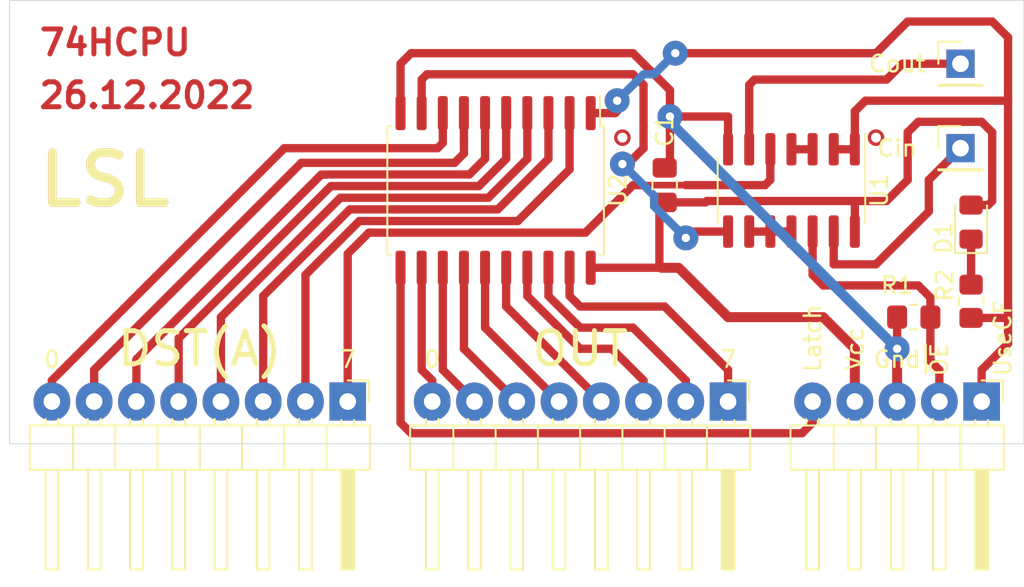
<source format=kicad_pcb>
(kicad_pcb (version 20171130) (host pcbnew "(5.1.8)-1")

  (general
    (thickness 1.6)
    (drawings 23)
    (tracks 177)
    (zones 0)
    (modules 11)
    (nets 28)
  )

  (page A4 portrait)
  (layers
    (0 F.Cu signal)
    (31 B.Cu signal)
    (32 B.Adhes user)
    (33 F.Adhes user)
    (34 B.Paste user)
    (35 F.Paste user)
    (36 B.SilkS user)
    (37 F.SilkS user)
    (38 B.Mask user)
    (39 F.Mask user)
    (40 Dwgs.User user)
    (41 Cmts.User user)
    (42 Eco1.User user)
    (43 Eco2.User user)
    (44 Edge.Cuts user)
    (45 Margin user)
    (46 B.CrtYd user)
    (47 F.CrtYd user)
    (48 B.Fab user)
    (49 F.Fab user)
  )

  (setup
    (last_trace_width 0.25)
    (user_trace_width 0.4)
    (user_trace_width 0.5)
    (user_trace_width 0.6)
    (trace_clearance 0.2)
    (zone_clearance 0.508)
    (zone_45_only no)
    (trace_min 0.2)
    (via_size 0.8)
    (via_drill 0.4)
    (via_min_size 0.4)
    (via_min_drill 0.3)
    (user_via 1.5 0.5)
    (uvia_size 0.3)
    (uvia_drill 0.1)
    (uvias_allowed no)
    (uvia_min_size 0.2)
    (uvia_min_drill 0.1)
    (edge_width 0.05)
    (segment_width 0.2)
    (pcb_text_width 0.3)
    (pcb_text_size 1.5 1.5)
    (mod_edge_width 0.12)
    (mod_text_size 1 1)
    (mod_text_width 0.15)
    (pad_size 1.524 1.524)
    (pad_drill 0.762)
    (pad_to_mask_clearance 0)
    (aux_axis_origin 0 0)
    (visible_elements 7FFFFFFF)
    (pcbplotparams
      (layerselection 0x00000_7fffffff)
      (usegerberextensions false)
      (usegerberattributes true)
      (usegerberadvancedattributes true)
      (creategerberjobfile true)
      (excludeedgelayer true)
      (linewidth 0.100000)
      (plotframeref false)
      (viasonmask false)
      (mode 1)
      (useauxorigin false)
      (hpglpennumber 1)
      (hpglpenspeed 20)
      (hpglpendiameter 15.000000)
      (psnegative true)
      (psa4output false)
      (plotreference true)
      (plotvalue true)
      (plotinvisibletext false)
      (padsonsilk false)
      (subtractmaskfromsilk false)
      (outputformat 4)
      (mirror true)
      (drillshape 1)
      (scaleselection 1)
      (outputdirectory "pdf/"))
  )

  (net 0 "")
  (net 1 VCC)
  (net 2 GND)
  (net 3 "Net-(D1-Pad1)")
  (net 4 "/~(CF&OE)")
  (net 5 /D7)
  (net 6 /D6)
  (net 7 /D5)
  (net 8 /D4)
  (net 9 /D3)
  (net 10 /D2)
  (net 11 /D1)
  (net 12 /D0)
  (net 13 /O0)
  (net 14 /O1)
  (net 15 /O2)
  (net 16 /O3)
  (net 17 /O4)
  (net 18 /O5)
  (net 19 /O6)
  (net 20 /O7)
  (net 21 /CF_IN)
  (net 22 /UseCF)
  (net 23 /~OE)
  (net 24 /Latch)
  (net 25 "Net-(U1-Pad3)")
  (net 26 "Net-(U1-Pad8)")
  (net 27 "Net-(U1-Pad10)")

  (net_class Default "This is the default net class."
    (clearance 0.2)
    (trace_width 0.25)
    (via_dia 0.8)
    (via_drill 0.4)
    (uvia_dia 0.3)
    (uvia_drill 0.1)
    (add_net /CF_IN)
    (add_net /D0)
    (add_net /D1)
    (add_net /D2)
    (add_net /D3)
    (add_net /D4)
    (add_net /D5)
    (add_net /D6)
    (add_net /D7)
    (add_net /Latch)
    (add_net /O0)
    (add_net /O1)
    (add_net /O2)
    (add_net /O3)
    (add_net /O4)
    (add_net /O5)
    (add_net /O6)
    (add_net /O7)
    (add_net /UseCF)
    (add_net "/~(CF&OE)")
    (add_net /~OE)
    (add_net GND)
    (add_net "Net-(D1-Pad1)")
    (add_net "Net-(U1-Pad10)")
    (add_net "Net-(U1-Pad3)")
    (add_net "Net-(U1-Pad8)")
    (add_net VCC)
  )

  (module Connector_PinHeader_2.54mm:PinHeader_1x05_P2.54mm_Horizontal (layer F.Cu) (tedit 59FED5CB) (tstamp 6381A221)
    (at 121.92 63.5 270)
    (descr "Through hole angled pin header, 1x05, 2.54mm pitch, 6mm pin length, single row")
    (tags "Through hole angled pin header THT 1x05 2.54mm single row")
    (path /638139F2)
    (fp_text reference J5 (at 0.635 -1.905 90) (layer F.SilkS) hide
      (effects (font (size 1 1) (thickness 0.15)))
    )
    (fp_text value Conn_01x05_Male (at 4.385 12.43 90) (layer F.Fab)
      (effects (font (size 1 1) (thickness 0.15)))
    )
    (fp_line (start 10.55 -1.8) (end -1.8 -1.8) (layer F.CrtYd) (width 0.05))
    (fp_line (start 10.55 11.95) (end 10.55 -1.8) (layer F.CrtYd) (width 0.05))
    (fp_line (start -1.8 11.95) (end 10.55 11.95) (layer F.CrtYd) (width 0.05))
    (fp_line (start -1.8 -1.8) (end -1.8 11.95) (layer F.CrtYd) (width 0.05))
    (fp_line (start -1.27 -1.27) (end 0 -1.27) (layer F.SilkS) (width 0.12))
    (fp_line (start -1.27 0) (end -1.27 -1.27) (layer F.SilkS) (width 0.12))
    (fp_line (start 1.042929 10.54) (end 1.44 10.54) (layer F.SilkS) (width 0.12))
    (fp_line (start 1.042929 9.78) (end 1.44 9.78) (layer F.SilkS) (width 0.12))
    (fp_line (start 10.1 10.54) (end 4.1 10.54) (layer F.SilkS) (width 0.12))
    (fp_line (start 10.1 9.78) (end 10.1 10.54) (layer F.SilkS) (width 0.12))
    (fp_line (start 4.1 9.78) (end 10.1 9.78) (layer F.SilkS) (width 0.12))
    (fp_line (start 1.44 8.89) (end 4.1 8.89) (layer F.SilkS) (width 0.12))
    (fp_line (start 1.042929 8) (end 1.44 8) (layer F.SilkS) (width 0.12))
    (fp_line (start 1.042929 7.24) (end 1.44 7.24) (layer F.SilkS) (width 0.12))
    (fp_line (start 10.1 8) (end 4.1 8) (layer F.SilkS) (width 0.12))
    (fp_line (start 10.1 7.24) (end 10.1 8) (layer F.SilkS) (width 0.12))
    (fp_line (start 4.1 7.24) (end 10.1 7.24) (layer F.SilkS) (width 0.12))
    (fp_line (start 1.44 6.35) (end 4.1 6.35) (layer F.SilkS) (width 0.12))
    (fp_line (start 1.042929 5.46) (end 1.44 5.46) (layer F.SilkS) (width 0.12))
    (fp_line (start 1.042929 4.7) (end 1.44 4.7) (layer F.SilkS) (width 0.12))
    (fp_line (start 10.1 5.46) (end 4.1 5.46) (layer F.SilkS) (width 0.12))
    (fp_line (start 10.1 4.7) (end 10.1 5.46) (layer F.SilkS) (width 0.12))
    (fp_line (start 4.1 4.7) (end 10.1 4.7) (layer F.SilkS) (width 0.12))
    (fp_line (start 1.44 3.81) (end 4.1 3.81) (layer F.SilkS) (width 0.12))
    (fp_line (start 1.042929 2.92) (end 1.44 2.92) (layer F.SilkS) (width 0.12))
    (fp_line (start 1.042929 2.16) (end 1.44 2.16) (layer F.SilkS) (width 0.12))
    (fp_line (start 10.1 2.92) (end 4.1 2.92) (layer F.SilkS) (width 0.12))
    (fp_line (start 10.1 2.16) (end 10.1 2.92) (layer F.SilkS) (width 0.12))
    (fp_line (start 4.1 2.16) (end 10.1 2.16) (layer F.SilkS) (width 0.12))
    (fp_line (start 1.44 1.27) (end 4.1 1.27) (layer F.SilkS) (width 0.12))
    (fp_line (start 1.11 0.38) (end 1.44 0.38) (layer F.SilkS) (width 0.12))
    (fp_line (start 1.11 -0.38) (end 1.44 -0.38) (layer F.SilkS) (width 0.12))
    (fp_line (start 4.1 0.28) (end 10.1 0.28) (layer F.SilkS) (width 0.12))
    (fp_line (start 4.1 0.16) (end 10.1 0.16) (layer F.SilkS) (width 0.12))
    (fp_line (start 4.1 0.04) (end 10.1 0.04) (layer F.SilkS) (width 0.12))
    (fp_line (start 4.1 -0.08) (end 10.1 -0.08) (layer F.SilkS) (width 0.12))
    (fp_line (start 4.1 -0.2) (end 10.1 -0.2) (layer F.SilkS) (width 0.12))
    (fp_line (start 4.1 -0.32) (end 10.1 -0.32) (layer F.SilkS) (width 0.12))
    (fp_line (start 10.1 0.38) (end 4.1 0.38) (layer F.SilkS) (width 0.12))
    (fp_line (start 10.1 -0.38) (end 10.1 0.38) (layer F.SilkS) (width 0.12))
    (fp_line (start 4.1 -0.38) (end 10.1 -0.38) (layer F.SilkS) (width 0.12))
    (fp_line (start 4.1 -1.33) (end 1.44 -1.33) (layer F.SilkS) (width 0.12))
    (fp_line (start 4.1 11.49) (end 4.1 -1.33) (layer F.SilkS) (width 0.12))
    (fp_line (start 1.44 11.49) (end 4.1 11.49) (layer F.SilkS) (width 0.12))
    (fp_line (start 1.44 -1.33) (end 1.44 11.49) (layer F.SilkS) (width 0.12))
    (fp_line (start 4.04 10.48) (end 10.04 10.48) (layer F.Fab) (width 0.1))
    (fp_line (start 10.04 9.84) (end 10.04 10.48) (layer F.Fab) (width 0.1))
    (fp_line (start 4.04 9.84) (end 10.04 9.84) (layer F.Fab) (width 0.1))
    (fp_line (start -0.32 10.48) (end 1.5 10.48) (layer F.Fab) (width 0.1))
    (fp_line (start -0.32 9.84) (end -0.32 10.48) (layer F.Fab) (width 0.1))
    (fp_line (start -0.32 9.84) (end 1.5 9.84) (layer F.Fab) (width 0.1))
    (fp_line (start 4.04 7.94) (end 10.04 7.94) (layer F.Fab) (width 0.1))
    (fp_line (start 10.04 7.3) (end 10.04 7.94) (layer F.Fab) (width 0.1))
    (fp_line (start 4.04 7.3) (end 10.04 7.3) (layer F.Fab) (width 0.1))
    (fp_line (start -0.32 7.94) (end 1.5 7.94) (layer F.Fab) (width 0.1))
    (fp_line (start -0.32 7.3) (end -0.32 7.94) (layer F.Fab) (width 0.1))
    (fp_line (start -0.32 7.3) (end 1.5 7.3) (layer F.Fab) (width 0.1))
    (fp_line (start 4.04 5.4) (end 10.04 5.4) (layer F.Fab) (width 0.1))
    (fp_line (start 10.04 4.76) (end 10.04 5.4) (layer F.Fab) (width 0.1))
    (fp_line (start 4.04 4.76) (end 10.04 4.76) (layer F.Fab) (width 0.1))
    (fp_line (start -0.32 5.4) (end 1.5 5.4) (layer F.Fab) (width 0.1))
    (fp_line (start -0.32 4.76) (end -0.32 5.4) (layer F.Fab) (width 0.1))
    (fp_line (start -0.32 4.76) (end 1.5 4.76) (layer F.Fab) (width 0.1))
    (fp_line (start 4.04 2.86) (end 10.04 2.86) (layer F.Fab) (width 0.1))
    (fp_line (start 10.04 2.22) (end 10.04 2.86) (layer F.Fab) (width 0.1))
    (fp_line (start 4.04 2.22) (end 10.04 2.22) (layer F.Fab) (width 0.1))
    (fp_line (start -0.32 2.86) (end 1.5 2.86) (layer F.Fab) (width 0.1))
    (fp_line (start -0.32 2.22) (end -0.32 2.86) (layer F.Fab) (width 0.1))
    (fp_line (start -0.32 2.22) (end 1.5 2.22) (layer F.Fab) (width 0.1))
    (fp_line (start 4.04 0.32) (end 10.04 0.32) (layer F.Fab) (width 0.1))
    (fp_line (start 10.04 -0.32) (end 10.04 0.32) (layer F.Fab) (width 0.1))
    (fp_line (start 4.04 -0.32) (end 10.04 -0.32) (layer F.Fab) (width 0.1))
    (fp_line (start -0.32 0.32) (end 1.5 0.32) (layer F.Fab) (width 0.1))
    (fp_line (start -0.32 -0.32) (end -0.32 0.32) (layer F.Fab) (width 0.1))
    (fp_line (start -0.32 -0.32) (end 1.5 -0.32) (layer F.Fab) (width 0.1))
    (fp_line (start 1.5 -0.635) (end 2.135 -1.27) (layer F.Fab) (width 0.1))
    (fp_line (start 1.5 11.43) (end 1.5 -0.635) (layer F.Fab) (width 0.1))
    (fp_line (start 4.04 11.43) (end 1.5 11.43) (layer F.Fab) (width 0.1))
    (fp_line (start 4.04 -1.27) (end 4.04 11.43) (layer F.Fab) (width 0.1))
    (fp_line (start 2.135 -1.27) (end 4.04 -1.27) (layer F.Fab) (width 0.1))
    (fp_text user %R (at 2.77 5.08) (layer F.Fab)
      (effects (font (size 1 1) (thickness 0.15)))
    )
    (pad 5 thru_hole oval (at 0 10.16 270) (size 2.3 2.2) (drill 1) (layers *.Cu *.Mask)
      (net 24 /Latch))
    (pad 4 thru_hole oval (at 0 7.62 270) (size 2.3 2.2) (drill 1) (layers *.Cu *.Mask)
      (net 1 VCC))
    (pad 3 thru_hole oval (at 0 5.08 270) (size 2.3 2.2) (drill 1) (layers *.Cu *.Mask)
      (net 2 GND))
    (pad 2 thru_hole oval (at 0 2.54 270) (size 2.3 2.2) (drill 1) (layers *.Cu *.Mask)
      (net 22 /UseCF))
    (pad 1 thru_hole rect (at 0 0 270) (size 2.3 2.2) (drill 1) (layers *.Cu *.Mask)
      (net 23 /~OE))
    (model ${KISYS3DMOD}/Connector_PinHeader_2.54mm.3dshapes/PinHeader_1x05_P2.54mm_Horizontal.wrl
      (at (xyz 0 0 0))
      (scale (xyz 1 1 1))
      (rotate (xyz 0 0 0))
    )
  )

  (module Capacitor_SMD:C_0805_2012Metric_Pad1.18x1.45mm_HandSolder (layer F.Cu) (tedit 5F68FEEF) (tstamp 6381A0C9)
    (at 102.87 50.4825 90)
    (descr "Capacitor SMD 0805 (2012 Metric), square (rectangular) end terminal, IPC_7351 nominal with elongated pad for handsoldering. (Body size source: IPC-SM-782 page 76, https://www.pcb-3d.com/wordpress/wp-content/uploads/ipc-sm-782a_amendment_1_and_2.pdf, https://docs.google.com/spreadsheets/d/1BsfQQcO9C6DZCsRaXUlFlo91Tg2WpOkGARC1WS5S8t0/edit?usp=sharing), generated with kicad-footprint-generator")
    (tags "capacitor handsolder")
    (path /63844C3E)
    (attr smd)
    (fp_text reference C1 (at 3.26 0 90) (layer F.SilkS)
      (effects (font (size 1 1) (thickness 0.15)))
    )
    (fp_text value 0.1uF (at 0 1.68 90) (layer F.Fab)
      (effects (font (size 1 1) (thickness 0.15)))
    )
    (fp_line (start -1 0.625) (end -1 -0.625) (layer F.Fab) (width 0.1))
    (fp_line (start -1 -0.625) (end 1 -0.625) (layer F.Fab) (width 0.1))
    (fp_line (start 1 -0.625) (end 1 0.625) (layer F.Fab) (width 0.1))
    (fp_line (start 1 0.625) (end -1 0.625) (layer F.Fab) (width 0.1))
    (fp_line (start -0.261252 -0.735) (end 0.261252 -0.735) (layer F.SilkS) (width 0.12))
    (fp_line (start -0.261252 0.735) (end 0.261252 0.735) (layer F.SilkS) (width 0.12))
    (fp_line (start -1.88 0.98) (end -1.88 -0.98) (layer F.CrtYd) (width 0.05))
    (fp_line (start -1.88 -0.98) (end 1.88 -0.98) (layer F.CrtYd) (width 0.05))
    (fp_line (start 1.88 -0.98) (end 1.88 0.98) (layer F.CrtYd) (width 0.05))
    (fp_line (start 1.88 0.98) (end -1.88 0.98) (layer F.CrtYd) (width 0.05))
    (fp_text user %R (at 0 0 90) (layer F.Fab)
      (effects (font (size 0.5 0.5) (thickness 0.08)))
    )
    (pad 1 smd roundrect (at -1.0375 0 90) (size 1.175 1.45) (layers F.Cu F.Paste F.Mask) (roundrect_rratio 0.2127659574468085)
      (net 1 VCC))
    (pad 2 smd roundrect (at 1.0375 0 90) (size 1.175 1.45) (layers F.Cu F.Paste F.Mask) (roundrect_rratio 0.2127659574468085)
      (net 2 GND))
    (model ${KISYS3DMOD}/Capacitor_SMD.3dshapes/C_0805_2012Metric.wrl
      (at (xyz 0 0 0))
      (scale (xyz 1 1 1))
      (rotate (xyz 0 0 0))
    )
  )

  (module LED_SMD:LED_0805_2012Metric_Pad1.15x1.40mm_HandSolder (layer F.Cu) (tedit 5F68FEF1) (tstamp 6381A0DC)
    (at 121.285 52.705 90)
    (descr "LED SMD 0805 (2012 Metric), square (rectangular) end terminal, IPC_7351 nominal, (Body size source: https://docs.google.com/spreadsheets/d/1BsfQQcO9C6DZCsRaXUlFlo91Tg2WpOkGARC1WS5S8t0/edit?usp=sharing), generated with kicad-footprint-generator")
    (tags "LED handsolder")
    (path /63843747)
    (attr smd)
    (fp_text reference D1 (at -0.9525 -1.65 90) (layer F.SilkS)
      (effects (font (size 1 1) (thickness 0.15)))
    )
    (fp_text value LED (at 0 1.65 90) (layer F.Fab)
      (effects (font (size 1 1) (thickness 0.15)))
    )
    (fp_line (start 1 -0.6) (end -0.7 -0.6) (layer F.Fab) (width 0.1))
    (fp_line (start -0.7 -0.6) (end -1 -0.3) (layer F.Fab) (width 0.1))
    (fp_line (start -1 -0.3) (end -1 0.6) (layer F.Fab) (width 0.1))
    (fp_line (start -1 0.6) (end 1 0.6) (layer F.Fab) (width 0.1))
    (fp_line (start 1 0.6) (end 1 -0.6) (layer F.Fab) (width 0.1))
    (fp_line (start 1 -0.96) (end -1.86 -0.96) (layer F.SilkS) (width 0.12))
    (fp_line (start -1.86 -0.96) (end -1.86 0.96) (layer F.SilkS) (width 0.12))
    (fp_line (start -1.86 0.96) (end 1 0.96) (layer F.SilkS) (width 0.12))
    (fp_line (start -1.85 0.95) (end -1.85 -0.95) (layer F.CrtYd) (width 0.05))
    (fp_line (start -1.85 -0.95) (end 1.85 -0.95) (layer F.CrtYd) (width 0.05))
    (fp_line (start 1.85 -0.95) (end 1.85 0.95) (layer F.CrtYd) (width 0.05))
    (fp_line (start 1.85 0.95) (end -1.85 0.95) (layer F.CrtYd) (width 0.05))
    (fp_text user %R (at 0 0 90) (layer F.Fab)
      (effects (font (size 0.5 0.5) (thickness 0.08)))
    )
    (pad 1 smd roundrect (at -1.025 0 90) (size 1.15 1.4) (layers F.Cu F.Paste F.Mask) (roundrect_rratio 0.2173904347826087)
      (net 3 "Net-(D1-Pad1)"))
    (pad 2 smd roundrect (at 1.025 0 90) (size 1.15 1.4) (layers F.Cu F.Paste F.Mask) (roundrect_rratio 0.2173904347826087)
      (net 1 VCC))
    (model ${KISYS3DMOD}/LED_SMD.3dshapes/LED_0805_2012Metric.wrl
      (at (xyz 0 0 0))
      (scale (xyz 1 1 1))
      (rotate (xyz 0 0 0))
    )
  )

  (module Connector_PinHeader_2.54mm:PinHeader_1x01_P2.54mm_Vertical (layer F.Cu) (tedit 59FED5CC) (tstamp 6381A0F1)
    (at 120.65 43.18)
    (descr "Through hole straight pin header, 1x01, 2.54mm pitch, single row")
    (tags "Through hole pin header THT 1x01 2.54mm single row")
    (path /6382CC68)
    (fp_text reference J1 (at 0 -2.33) (layer F.SilkS) hide
      (effects (font (size 1 1) (thickness 0.15)))
    )
    (fp_text value Conn_01x01_Male (at -3.4925 -2.54) (layer F.Fab)
      (effects (font (size 1 1) (thickness 0.15)))
    )
    (fp_line (start -0.635 -1.27) (end 1.27 -1.27) (layer F.Fab) (width 0.1))
    (fp_line (start 1.27 -1.27) (end 1.27 1.27) (layer F.Fab) (width 0.1))
    (fp_line (start 1.27 1.27) (end -1.27 1.27) (layer F.Fab) (width 0.1))
    (fp_line (start -1.27 1.27) (end -1.27 -0.635) (layer F.Fab) (width 0.1))
    (fp_line (start -1.27 -0.635) (end -0.635 -1.27) (layer F.Fab) (width 0.1))
    (fp_line (start -1.33 1.33) (end 1.33 1.33) (layer F.SilkS) (width 0.12))
    (fp_line (start -1.33 1.27) (end -1.33 1.33) (layer F.SilkS) (width 0.12))
    (fp_line (start 1.33 1.27) (end 1.33 1.33) (layer F.SilkS) (width 0.12))
    (fp_line (start -1.33 1.27) (end 1.33 1.27) (layer F.SilkS) (width 0.12))
    (fp_line (start -1.33 0) (end -1.33 -1.33) (layer F.SilkS) (width 0.12))
    (fp_line (start -1.33 -1.33) (end 0 -1.33) (layer F.SilkS) (width 0.12))
    (fp_line (start -1.8 -1.8) (end -1.8 1.8) (layer F.CrtYd) (width 0.05))
    (fp_line (start -1.8 1.8) (end 1.8 1.8) (layer F.CrtYd) (width 0.05))
    (fp_line (start 1.8 1.8) (end 1.8 -1.8) (layer F.CrtYd) (width 0.05))
    (fp_line (start 1.8 -1.8) (end -1.8 -1.8) (layer F.CrtYd) (width 0.05))
    (fp_text user %R (at 0 0 90) (layer F.Fab)
      (effects (font (size 1 1) (thickness 0.15)))
    )
    (pad 1 thru_hole rect (at 0 0) (size 1.7 1.7) (drill 1) (layers *.Cu *.Mask)
      (net 4 "/~(CF&OE)"))
    (model ${KISYS3DMOD}/Connector_PinHeader_2.54mm.3dshapes/PinHeader_1x01_P2.54mm_Vertical.wrl
      (at (xyz 0 0 0))
      (scale (xyz 1 1 1))
      (rotate (xyz 0 0 0))
    )
  )

  (module Connector_PinHeader_2.54mm:PinHeader_1x08_P2.54mm_Horizontal (layer F.Cu) (tedit 59FED5CB) (tstamp 6381A172)
    (at 83.82 63.5 270)
    (descr "Through hole angled pin header, 1x08, 2.54mm pitch, 6mm pin length, single row")
    (tags "Through hole angled pin header THT 1x08 2.54mm single row")
    (path /638169EE)
    (fp_text reference J2 (at 0.635 -2.27 90) (layer F.SilkS) hide
      (effects (font (size 1 1) (thickness 0.15)))
    )
    (fp_text value Conn_01x08_Male (at 4.385 20.05 90) (layer F.Fab)
      (effects (font (size 1 1) (thickness 0.15)))
    )
    (fp_line (start 2.135 -1.27) (end 4.04 -1.27) (layer F.Fab) (width 0.1))
    (fp_line (start 4.04 -1.27) (end 4.04 19.05) (layer F.Fab) (width 0.1))
    (fp_line (start 4.04 19.05) (end 1.5 19.05) (layer F.Fab) (width 0.1))
    (fp_line (start 1.5 19.05) (end 1.5 -0.635) (layer F.Fab) (width 0.1))
    (fp_line (start 1.5 -0.635) (end 2.135 -1.27) (layer F.Fab) (width 0.1))
    (fp_line (start -0.32 -0.32) (end 1.5 -0.32) (layer F.Fab) (width 0.1))
    (fp_line (start -0.32 -0.32) (end -0.32 0.32) (layer F.Fab) (width 0.1))
    (fp_line (start -0.32 0.32) (end 1.5 0.32) (layer F.Fab) (width 0.1))
    (fp_line (start 4.04 -0.32) (end 10.04 -0.32) (layer F.Fab) (width 0.1))
    (fp_line (start 10.04 -0.32) (end 10.04 0.32) (layer F.Fab) (width 0.1))
    (fp_line (start 4.04 0.32) (end 10.04 0.32) (layer F.Fab) (width 0.1))
    (fp_line (start -0.32 2.22) (end 1.5 2.22) (layer F.Fab) (width 0.1))
    (fp_line (start -0.32 2.22) (end -0.32 2.86) (layer F.Fab) (width 0.1))
    (fp_line (start -0.32 2.86) (end 1.5 2.86) (layer F.Fab) (width 0.1))
    (fp_line (start 4.04 2.22) (end 10.04 2.22) (layer F.Fab) (width 0.1))
    (fp_line (start 10.04 2.22) (end 10.04 2.86) (layer F.Fab) (width 0.1))
    (fp_line (start 4.04 2.86) (end 10.04 2.86) (layer F.Fab) (width 0.1))
    (fp_line (start -0.32 4.76) (end 1.5 4.76) (layer F.Fab) (width 0.1))
    (fp_line (start -0.32 4.76) (end -0.32 5.4) (layer F.Fab) (width 0.1))
    (fp_line (start -0.32 5.4) (end 1.5 5.4) (layer F.Fab) (width 0.1))
    (fp_line (start 4.04 4.76) (end 10.04 4.76) (layer F.Fab) (width 0.1))
    (fp_line (start 10.04 4.76) (end 10.04 5.4) (layer F.Fab) (width 0.1))
    (fp_line (start 4.04 5.4) (end 10.04 5.4) (layer F.Fab) (width 0.1))
    (fp_line (start -0.32 7.3) (end 1.5 7.3) (layer F.Fab) (width 0.1))
    (fp_line (start -0.32 7.3) (end -0.32 7.94) (layer F.Fab) (width 0.1))
    (fp_line (start -0.32 7.94) (end 1.5 7.94) (layer F.Fab) (width 0.1))
    (fp_line (start 4.04 7.3) (end 10.04 7.3) (layer F.Fab) (width 0.1))
    (fp_line (start 10.04 7.3) (end 10.04 7.94) (layer F.Fab) (width 0.1))
    (fp_line (start 4.04 7.94) (end 10.04 7.94) (layer F.Fab) (width 0.1))
    (fp_line (start -0.32 9.84) (end 1.5 9.84) (layer F.Fab) (width 0.1))
    (fp_line (start -0.32 9.84) (end -0.32 10.48) (layer F.Fab) (width 0.1))
    (fp_line (start -0.32 10.48) (end 1.5 10.48) (layer F.Fab) (width 0.1))
    (fp_line (start 4.04 9.84) (end 10.04 9.84) (layer F.Fab) (width 0.1))
    (fp_line (start 10.04 9.84) (end 10.04 10.48) (layer F.Fab) (width 0.1))
    (fp_line (start 4.04 10.48) (end 10.04 10.48) (layer F.Fab) (width 0.1))
    (fp_line (start -0.32 12.38) (end 1.5 12.38) (layer F.Fab) (width 0.1))
    (fp_line (start -0.32 12.38) (end -0.32 13.02) (layer F.Fab) (width 0.1))
    (fp_line (start -0.32 13.02) (end 1.5 13.02) (layer F.Fab) (width 0.1))
    (fp_line (start 4.04 12.38) (end 10.04 12.38) (layer F.Fab) (width 0.1))
    (fp_line (start 10.04 12.38) (end 10.04 13.02) (layer F.Fab) (width 0.1))
    (fp_line (start 4.04 13.02) (end 10.04 13.02) (layer F.Fab) (width 0.1))
    (fp_line (start -0.32 14.92) (end 1.5 14.92) (layer F.Fab) (width 0.1))
    (fp_line (start -0.32 14.92) (end -0.32 15.56) (layer F.Fab) (width 0.1))
    (fp_line (start -0.32 15.56) (end 1.5 15.56) (layer F.Fab) (width 0.1))
    (fp_line (start 4.04 14.92) (end 10.04 14.92) (layer F.Fab) (width 0.1))
    (fp_line (start 10.04 14.92) (end 10.04 15.56) (layer F.Fab) (width 0.1))
    (fp_line (start 4.04 15.56) (end 10.04 15.56) (layer F.Fab) (width 0.1))
    (fp_line (start -0.32 17.46) (end 1.5 17.46) (layer F.Fab) (width 0.1))
    (fp_line (start -0.32 17.46) (end -0.32 18.1) (layer F.Fab) (width 0.1))
    (fp_line (start -0.32 18.1) (end 1.5 18.1) (layer F.Fab) (width 0.1))
    (fp_line (start 4.04 17.46) (end 10.04 17.46) (layer F.Fab) (width 0.1))
    (fp_line (start 10.04 17.46) (end 10.04 18.1) (layer F.Fab) (width 0.1))
    (fp_line (start 4.04 18.1) (end 10.04 18.1) (layer F.Fab) (width 0.1))
    (fp_line (start 1.44 -1.33) (end 1.44 19.11) (layer F.SilkS) (width 0.12))
    (fp_line (start 1.44 19.11) (end 4.1 19.11) (layer F.SilkS) (width 0.12))
    (fp_line (start 4.1 19.11) (end 4.1 -1.33) (layer F.SilkS) (width 0.12))
    (fp_line (start 4.1 -1.33) (end 1.44 -1.33) (layer F.SilkS) (width 0.12))
    (fp_line (start 4.1 -0.38) (end 10.1 -0.38) (layer F.SilkS) (width 0.12))
    (fp_line (start 10.1 -0.38) (end 10.1 0.38) (layer F.SilkS) (width 0.12))
    (fp_line (start 10.1 0.38) (end 4.1 0.38) (layer F.SilkS) (width 0.12))
    (fp_line (start 4.1 -0.32) (end 10.1 -0.32) (layer F.SilkS) (width 0.12))
    (fp_line (start 4.1 -0.2) (end 10.1 -0.2) (layer F.SilkS) (width 0.12))
    (fp_line (start 4.1 -0.08) (end 10.1 -0.08) (layer F.SilkS) (width 0.12))
    (fp_line (start 4.1 0.04) (end 10.1 0.04) (layer F.SilkS) (width 0.12))
    (fp_line (start 4.1 0.16) (end 10.1 0.16) (layer F.SilkS) (width 0.12))
    (fp_line (start 4.1 0.28) (end 10.1 0.28) (layer F.SilkS) (width 0.12))
    (fp_line (start 1.11 -0.38) (end 1.44 -0.38) (layer F.SilkS) (width 0.12))
    (fp_line (start 1.11 0.38) (end 1.44 0.38) (layer F.SilkS) (width 0.12))
    (fp_line (start 1.44 1.27) (end 4.1 1.27) (layer F.SilkS) (width 0.12))
    (fp_line (start 4.1 2.16) (end 10.1 2.16) (layer F.SilkS) (width 0.12))
    (fp_line (start 10.1 2.16) (end 10.1 2.92) (layer F.SilkS) (width 0.12))
    (fp_line (start 10.1 2.92) (end 4.1 2.92) (layer F.SilkS) (width 0.12))
    (fp_line (start 1.042929 2.16) (end 1.44 2.16) (layer F.SilkS) (width 0.12))
    (fp_line (start 1.042929 2.92) (end 1.44 2.92) (layer F.SilkS) (width 0.12))
    (fp_line (start 1.44 3.81) (end 4.1 3.81) (layer F.SilkS) (width 0.12))
    (fp_line (start 4.1 4.7) (end 10.1 4.7) (layer F.SilkS) (width 0.12))
    (fp_line (start 10.1 4.7) (end 10.1 5.46) (layer F.SilkS) (width 0.12))
    (fp_line (start 10.1 5.46) (end 4.1 5.46) (layer F.SilkS) (width 0.12))
    (fp_line (start 1.042929 4.7) (end 1.44 4.7) (layer F.SilkS) (width 0.12))
    (fp_line (start 1.042929 5.46) (end 1.44 5.46) (layer F.SilkS) (width 0.12))
    (fp_line (start 1.44 6.35) (end 4.1 6.35) (layer F.SilkS) (width 0.12))
    (fp_line (start 4.1 7.24) (end 10.1 7.24) (layer F.SilkS) (width 0.12))
    (fp_line (start 10.1 7.24) (end 10.1 8) (layer F.SilkS) (width 0.12))
    (fp_line (start 10.1 8) (end 4.1 8) (layer F.SilkS) (width 0.12))
    (fp_line (start 1.042929 7.24) (end 1.44 7.24) (layer F.SilkS) (width 0.12))
    (fp_line (start 1.042929 8) (end 1.44 8) (layer F.SilkS) (width 0.12))
    (fp_line (start 1.44 8.89) (end 4.1 8.89) (layer F.SilkS) (width 0.12))
    (fp_line (start 4.1 9.78) (end 10.1 9.78) (layer F.SilkS) (width 0.12))
    (fp_line (start 10.1 9.78) (end 10.1 10.54) (layer F.SilkS) (width 0.12))
    (fp_line (start 10.1 10.54) (end 4.1 10.54) (layer F.SilkS) (width 0.12))
    (fp_line (start 1.042929 9.78) (end 1.44 9.78) (layer F.SilkS) (width 0.12))
    (fp_line (start 1.042929 10.54) (end 1.44 10.54) (layer F.SilkS) (width 0.12))
    (fp_line (start 1.44 11.43) (end 4.1 11.43) (layer F.SilkS) (width 0.12))
    (fp_line (start 4.1 12.32) (end 10.1 12.32) (layer F.SilkS) (width 0.12))
    (fp_line (start 10.1 12.32) (end 10.1 13.08) (layer F.SilkS) (width 0.12))
    (fp_line (start 10.1 13.08) (end 4.1 13.08) (layer F.SilkS) (width 0.12))
    (fp_line (start 1.042929 12.32) (end 1.44 12.32) (layer F.SilkS) (width 0.12))
    (fp_line (start 1.042929 13.08) (end 1.44 13.08) (layer F.SilkS) (width 0.12))
    (fp_line (start 1.44 13.97) (end 4.1 13.97) (layer F.SilkS) (width 0.12))
    (fp_line (start 4.1 14.86) (end 10.1 14.86) (layer F.SilkS) (width 0.12))
    (fp_line (start 10.1 14.86) (end 10.1 15.62) (layer F.SilkS) (width 0.12))
    (fp_line (start 10.1 15.62) (end 4.1 15.62) (layer F.SilkS) (width 0.12))
    (fp_line (start 1.042929 14.86) (end 1.44 14.86) (layer F.SilkS) (width 0.12))
    (fp_line (start 1.042929 15.62) (end 1.44 15.62) (layer F.SilkS) (width 0.12))
    (fp_line (start 1.44 16.51) (end 4.1 16.51) (layer F.SilkS) (width 0.12))
    (fp_line (start 4.1 17.4) (end 10.1 17.4) (layer F.SilkS) (width 0.12))
    (fp_line (start 10.1 17.4) (end 10.1 18.16) (layer F.SilkS) (width 0.12))
    (fp_line (start 10.1 18.16) (end 4.1 18.16) (layer F.SilkS) (width 0.12))
    (fp_line (start 1.042929 17.4) (end 1.44 17.4) (layer F.SilkS) (width 0.12))
    (fp_line (start 1.042929 18.16) (end 1.44 18.16) (layer F.SilkS) (width 0.12))
    (fp_line (start -1.27 0) (end -1.27 -1.27) (layer F.SilkS) (width 0.12))
    (fp_line (start -1.27 -1.27) (end 0 -1.27) (layer F.SilkS) (width 0.12))
    (fp_line (start -1.8 -1.8) (end -1.8 19.55) (layer F.CrtYd) (width 0.05))
    (fp_line (start -1.8 19.55) (end 10.55 19.55) (layer F.CrtYd) (width 0.05))
    (fp_line (start 10.55 19.55) (end 10.55 -1.8) (layer F.CrtYd) (width 0.05))
    (fp_line (start 10.55 -1.8) (end -1.8 -1.8) (layer F.CrtYd) (width 0.05))
    (fp_text user %R (at 2.77 8.89) (layer F.Fab)
      (effects (font (size 1 1) (thickness 0.15)))
    )
    (pad 1 thru_hole rect (at 0 0 270) (size 2.3 2.2) (drill 1) (layers *.Cu *.Mask)
      (net 5 /D7))
    (pad 2 thru_hole oval (at 0 2.54 270) (size 2.3 2.2) (drill 1) (layers *.Cu *.Mask)
      (net 6 /D6))
    (pad 3 thru_hole oval (at 0 5.08 270) (size 2.3 2.2) (drill 1) (layers *.Cu *.Mask)
      (net 7 /D5))
    (pad 4 thru_hole oval (at 0 7.62 270) (size 2.3 2.2) (drill 1) (layers *.Cu *.Mask)
      (net 8 /D4))
    (pad 5 thru_hole oval (at 0 10.16 270) (size 2.3 2.2) (drill 1) (layers *.Cu *.Mask)
      (net 9 /D3))
    (pad 6 thru_hole oval (at 0 12.7 270) (size 2.3 2.2) (drill 1) (layers *.Cu *.Mask)
      (net 10 /D2))
    (pad 7 thru_hole oval (at 0 15.24 270) (size 2.3 2.2) (drill 1) (layers *.Cu *.Mask)
      (net 11 /D1))
    (pad 8 thru_hole oval (at 0 17.78 270) (size 2.3 2.2) (drill 1) (layers *.Cu *.Mask)
      (net 12 /D0))
    (model ${KISYS3DMOD}/Connector_PinHeader_2.54mm.3dshapes/PinHeader_1x08_P2.54mm_Horizontal.wrl
      (at (xyz 0 0 0))
      (scale (xyz 1 1 1))
      (rotate (xyz 0 0 0))
    )
  )

  (module Connector_PinHeader_2.54mm:PinHeader_1x08_P2.54mm_Horizontal (layer F.Cu) (tedit 59FED5CB) (tstamp 6381A1F3)
    (at 106.68 63.5 270)
    (descr "Through hole angled pin header, 1x08, 2.54mm pitch, 6mm pin length, single row")
    (tags "Through hole angled pin header THT 1x08 2.54mm single row")
    (path /63814E73)
    (fp_text reference J3 (at 0 -2.27 90) (layer F.SilkS) hide
      (effects (font (size 1 1) (thickness 0.15)))
    )
    (fp_text value Conn_01x08_Male (at 4.385 20.05 90) (layer F.Fab)
      (effects (font (size 1 1) (thickness 0.15)))
    )
    (fp_line (start 10.55 -1.8) (end -1.8 -1.8) (layer F.CrtYd) (width 0.05))
    (fp_line (start 10.55 19.55) (end 10.55 -1.8) (layer F.CrtYd) (width 0.05))
    (fp_line (start -1.8 19.55) (end 10.55 19.55) (layer F.CrtYd) (width 0.05))
    (fp_line (start -1.8 -1.8) (end -1.8 19.55) (layer F.CrtYd) (width 0.05))
    (fp_line (start -1.27 -1.27) (end 0 -1.27) (layer F.SilkS) (width 0.12))
    (fp_line (start -1.27 0) (end -1.27 -1.27) (layer F.SilkS) (width 0.12))
    (fp_line (start 1.042929 18.16) (end 1.44 18.16) (layer F.SilkS) (width 0.12))
    (fp_line (start 1.042929 17.4) (end 1.44 17.4) (layer F.SilkS) (width 0.12))
    (fp_line (start 10.1 18.16) (end 4.1 18.16) (layer F.SilkS) (width 0.12))
    (fp_line (start 10.1 17.4) (end 10.1 18.16) (layer F.SilkS) (width 0.12))
    (fp_line (start 4.1 17.4) (end 10.1 17.4) (layer F.SilkS) (width 0.12))
    (fp_line (start 1.44 16.51) (end 4.1 16.51) (layer F.SilkS) (width 0.12))
    (fp_line (start 1.042929 15.62) (end 1.44 15.62) (layer F.SilkS) (width 0.12))
    (fp_line (start 1.042929 14.86) (end 1.44 14.86) (layer F.SilkS) (width 0.12))
    (fp_line (start 10.1 15.62) (end 4.1 15.62) (layer F.SilkS) (width 0.12))
    (fp_line (start 10.1 14.86) (end 10.1 15.62) (layer F.SilkS) (width 0.12))
    (fp_line (start 4.1 14.86) (end 10.1 14.86) (layer F.SilkS) (width 0.12))
    (fp_line (start 1.44 13.97) (end 4.1 13.97) (layer F.SilkS) (width 0.12))
    (fp_line (start 1.042929 13.08) (end 1.44 13.08) (layer F.SilkS) (width 0.12))
    (fp_line (start 1.042929 12.32) (end 1.44 12.32) (layer F.SilkS) (width 0.12))
    (fp_line (start 10.1 13.08) (end 4.1 13.08) (layer F.SilkS) (width 0.12))
    (fp_line (start 10.1 12.32) (end 10.1 13.08) (layer F.SilkS) (width 0.12))
    (fp_line (start 4.1 12.32) (end 10.1 12.32) (layer F.SilkS) (width 0.12))
    (fp_line (start 1.44 11.43) (end 4.1 11.43) (layer F.SilkS) (width 0.12))
    (fp_line (start 1.042929 10.54) (end 1.44 10.54) (layer F.SilkS) (width 0.12))
    (fp_line (start 1.042929 9.78) (end 1.44 9.78) (layer F.SilkS) (width 0.12))
    (fp_line (start 10.1 10.54) (end 4.1 10.54) (layer F.SilkS) (width 0.12))
    (fp_line (start 10.1 9.78) (end 10.1 10.54) (layer F.SilkS) (width 0.12))
    (fp_line (start 4.1 9.78) (end 10.1 9.78) (layer F.SilkS) (width 0.12))
    (fp_line (start 1.44 8.89) (end 4.1 8.89) (layer F.SilkS) (width 0.12))
    (fp_line (start 1.042929 8) (end 1.44 8) (layer F.SilkS) (width 0.12))
    (fp_line (start 1.042929 7.24) (end 1.44 7.24) (layer F.SilkS) (width 0.12))
    (fp_line (start 10.1 8) (end 4.1 8) (layer F.SilkS) (width 0.12))
    (fp_line (start 10.1 7.24) (end 10.1 8) (layer F.SilkS) (width 0.12))
    (fp_line (start 4.1 7.24) (end 10.1 7.24) (layer F.SilkS) (width 0.12))
    (fp_line (start 1.44 6.35) (end 4.1 6.35) (layer F.SilkS) (width 0.12))
    (fp_line (start 1.042929 5.46) (end 1.44 5.46) (layer F.SilkS) (width 0.12))
    (fp_line (start 1.042929 4.7) (end 1.44 4.7) (layer F.SilkS) (width 0.12))
    (fp_line (start 10.1 5.46) (end 4.1 5.46) (layer F.SilkS) (width 0.12))
    (fp_line (start 10.1 4.7) (end 10.1 5.46) (layer F.SilkS) (width 0.12))
    (fp_line (start 4.1 4.7) (end 10.1 4.7) (layer F.SilkS) (width 0.12))
    (fp_line (start 1.44 3.81) (end 4.1 3.81) (layer F.SilkS) (width 0.12))
    (fp_line (start 1.042929 2.92) (end 1.44 2.92) (layer F.SilkS) (width 0.12))
    (fp_line (start 1.042929 2.16) (end 1.44 2.16) (layer F.SilkS) (width 0.12))
    (fp_line (start 10.1 2.92) (end 4.1 2.92) (layer F.SilkS) (width 0.12))
    (fp_line (start 10.1 2.16) (end 10.1 2.92) (layer F.SilkS) (width 0.12))
    (fp_line (start 4.1 2.16) (end 10.1 2.16) (layer F.SilkS) (width 0.12))
    (fp_line (start 1.44 1.27) (end 4.1 1.27) (layer F.SilkS) (width 0.12))
    (fp_line (start 1.11 0.38) (end 1.44 0.38) (layer F.SilkS) (width 0.12))
    (fp_line (start 1.11 -0.38) (end 1.44 -0.38) (layer F.SilkS) (width 0.12))
    (fp_line (start 4.1 0.28) (end 10.1 0.28) (layer F.SilkS) (width 0.12))
    (fp_line (start 4.1 0.16) (end 10.1 0.16) (layer F.SilkS) (width 0.12))
    (fp_line (start 4.1 0.04) (end 10.1 0.04) (layer F.SilkS) (width 0.12))
    (fp_line (start 4.1 -0.08) (end 10.1 -0.08) (layer F.SilkS) (width 0.12))
    (fp_line (start 4.1 -0.2) (end 10.1 -0.2) (layer F.SilkS) (width 0.12))
    (fp_line (start 4.1 -0.32) (end 10.1 -0.32) (layer F.SilkS) (width 0.12))
    (fp_line (start 10.1 0.38) (end 4.1 0.38) (layer F.SilkS) (width 0.12))
    (fp_line (start 10.1 -0.38) (end 10.1 0.38) (layer F.SilkS) (width 0.12))
    (fp_line (start 4.1 -0.38) (end 10.1 -0.38) (layer F.SilkS) (width 0.12))
    (fp_line (start 4.1 -1.33) (end 1.44 -1.33) (layer F.SilkS) (width 0.12))
    (fp_line (start 4.1 19.11) (end 4.1 -1.33) (layer F.SilkS) (width 0.12))
    (fp_line (start 1.44 19.11) (end 4.1 19.11) (layer F.SilkS) (width 0.12))
    (fp_line (start 1.44 -1.33) (end 1.44 19.11) (layer F.SilkS) (width 0.12))
    (fp_line (start 4.04 18.1) (end 10.04 18.1) (layer F.Fab) (width 0.1))
    (fp_line (start 10.04 17.46) (end 10.04 18.1) (layer F.Fab) (width 0.1))
    (fp_line (start 4.04 17.46) (end 10.04 17.46) (layer F.Fab) (width 0.1))
    (fp_line (start -0.32 18.1) (end 1.5 18.1) (layer F.Fab) (width 0.1))
    (fp_line (start -0.32 17.46) (end -0.32 18.1) (layer F.Fab) (width 0.1))
    (fp_line (start -0.32 17.46) (end 1.5 17.46) (layer F.Fab) (width 0.1))
    (fp_line (start 4.04 15.56) (end 10.04 15.56) (layer F.Fab) (width 0.1))
    (fp_line (start 10.04 14.92) (end 10.04 15.56) (layer F.Fab) (width 0.1))
    (fp_line (start 4.04 14.92) (end 10.04 14.92) (layer F.Fab) (width 0.1))
    (fp_line (start -0.32 15.56) (end 1.5 15.56) (layer F.Fab) (width 0.1))
    (fp_line (start -0.32 14.92) (end -0.32 15.56) (layer F.Fab) (width 0.1))
    (fp_line (start -0.32 14.92) (end 1.5 14.92) (layer F.Fab) (width 0.1))
    (fp_line (start 4.04 13.02) (end 10.04 13.02) (layer F.Fab) (width 0.1))
    (fp_line (start 10.04 12.38) (end 10.04 13.02) (layer F.Fab) (width 0.1))
    (fp_line (start 4.04 12.38) (end 10.04 12.38) (layer F.Fab) (width 0.1))
    (fp_line (start -0.32 13.02) (end 1.5 13.02) (layer F.Fab) (width 0.1))
    (fp_line (start -0.32 12.38) (end -0.32 13.02) (layer F.Fab) (width 0.1))
    (fp_line (start -0.32 12.38) (end 1.5 12.38) (layer F.Fab) (width 0.1))
    (fp_line (start 4.04 10.48) (end 10.04 10.48) (layer F.Fab) (width 0.1))
    (fp_line (start 10.04 9.84) (end 10.04 10.48) (layer F.Fab) (width 0.1))
    (fp_line (start 4.04 9.84) (end 10.04 9.84) (layer F.Fab) (width 0.1))
    (fp_line (start -0.32 10.48) (end 1.5 10.48) (layer F.Fab) (width 0.1))
    (fp_line (start -0.32 9.84) (end -0.32 10.48) (layer F.Fab) (width 0.1))
    (fp_line (start -0.32 9.84) (end 1.5 9.84) (layer F.Fab) (width 0.1))
    (fp_line (start 4.04 7.94) (end 10.04 7.94) (layer F.Fab) (width 0.1))
    (fp_line (start 10.04 7.3) (end 10.04 7.94) (layer F.Fab) (width 0.1))
    (fp_line (start 4.04 7.3) (end 10.04 7.3) (layer F.Fab) (width 0.1))
    (fp_line (start -0.32 7.94) (end 1.5 7.94) (layer F.Fab) (width 0.1))
    (fp_line (start -0.32 7.3) (end -0.32 7.94) (layer F.Fab) (width 0.1))
    (fp_line (start -0.32 7.3) (end 1.5 7.3) (layer F.Fab) (width 0.1))
    (fp_line (start 4.04 5.4) (end 10.04 5.4) (layer F.Fab) (width 0.1))
    (fp_line (start 10.04 4.76) (end 10.04 5.4) (layer F.Fab) (width 0.1))
    (fp_line (start 4.04 4.76) (end 10.04 4.76) (layer F.Fab) (width 0.1))
    (fp_line (start -0.32 5.4) (end 1.5 5.4) (layer F.Fab) (width 0.1))
    (fp_line (start -0.32 4.76) (end -0.32 5.4) (layer F.Fab) (width 0.1))
    (fp_line (start -0.32 4.76) (end 1.5 4.76) (layer F.Fab) (width 0.1))
    (fp_line (start 4.04 2.86) (end 10.04 2.86) (layer F.Fab) (width 0.1))
    (fp_line (start 10.04 2.22) (end 10.04 2.86) (layer F.Fab) (width 0.1))
    (fp_line (start 4.04 2.22) (end 10.04 2.22) (layer F.Fab) (width 0.1))
    (fp_line (start -0.32 2.86) (end 1.5 2.86) (layer F.Fab) (width 0.1))
    (fp_line (start -0.32 2.22) (end -0.32 2.86) (layer F.Fab) (width 0.1))
    (fp_line (start -0.32 2.22) (end 1.5 2.22) (layer F.Fab) (width 0.1))
    (fp_line (start 4.04 0.32) (end 10.04 0.32) (layer F.Fab) (width 0.1))
    (fp_line (start 10.04 -0.32) (end 10.04 0.32) (layer F.Fab) (width 0.1))
    (fp_line (start 4.04 -0.32) (end 10.04 -0.32) (layer F.Fab) (width 0.1))
    (fp_line (start -0.32 0.32) (end 1.5 0.32) (layer F.Fab) (width 0.1))
    (fp_line (start -0.32 -0.32) (end -0.32 0.32) (layer F.Fab) (width 0.1))
    (fp_line (start -0.32 -0.32) (end 1.5 -0.32) (layer F.Fab) (width 0.1))
    (fp_line (start 1.5 -0.635) (end 2.135 -1.27) (layer F.Fab) (width 0.1))
    (fp_line (start 1.5 19.05) (end 1.5 -0.635) (layer F.Fab) (width 0.1))
    (fp_line (start 4.04 19.05) (end 1.5 19.05) (layer F.Fab) (width 0.1))
    (fp_line (start 4.04 -1.27) (end 4.04 19.05) (layer F.Fab) (width 0.1))
    (fp_line (start 2.135 -1.27) (end 4.04 -1.27) (layer F.Fab) (width 0.1))
    (fp_text user %R (at 2.77 8.89) (layer F.Fab)
      (effects (font (size 1 1) (thickness 0.15)))
    )
    (pad 8 thru_hole oval (at 0 17.78 270) (size 2.3 2.2) (drill 1) (layers *.Cu *.Mask)
      (net 13 /O0))
    (pad 7 thru_hole oval (at 0 15.24 270) (size 2.3 2.2) (drill 1) (layers *.Cu *.Mask)
      (net 14 /O1))
    (pad 6 thru_hole oval (at 0 12.7 270) (size 2.3 2.2) (drill 1) (layers *.Cu *.Mask)
      (net 15 /O2))
    (pad 5 thru_hole oval (at 0 10.16 270) (size 2.3 2.2) (drill 1) (layers *.Cu *.Mask)
      (net 16 /O3))
    (pad 4 thru_hole oval (at 0 7.62 270) (size 2.3 2.2) (drill 1) (layers *.Cu *.Mask)
      (net 17 /O4))
    (pad 3 thru_hole oval (at 0 5.08 270) (size 2.3 2.2) (drill 1) (layers *.Cu *.Mask)
      (net 18 /O5))
    (pad 2 thru_hole oval (at 0 2.54 270) (size 2.3 2.2) (drill 1) (layers *.Cu *.Mask)
      (net 19 /O6))
    (pad 1 thru_hole rect (at 0 0 270) (size 2.3 2.2) (drill 1) (layers *.Cu *.Mask)
      (net 20 /O7))
    (model ${KISYS3DMOD}/Connector_PinHeader_2.54mm.3dshapes/PinHeader_1x08_P2.54mm_Horizontal.wrl
      (at (xyz 0 0 0))
      (scale (xyz 1 1 1))
      (rotate (xyz 0 0 0))
    )
  )

  (module Connector_PinHeader_2.54mm:PinHeader_1x01_P2.54mm_Vertical (layer F.Cu) (tedit 59FED5CC) (tstamp 6381A208)
    (at 120.65 48.26)
    (descr "Through hole straight pin header, 1x01, 2.54mm pitch, single row")
    (tags "Through hole pin header THT 1x01 2.54mm single row")
    (path /6383A97A)
    (fp_text reference J4 (at 0 -2.33) (layer F.SilkS) hide
      (effects (font (size 1 1) (thickness 0.15)))
    )
    (fp_text value Conn_01x01_Male (at 2.8575 3.4925 90) (layer F.Fab)
      (effects (font (size 1 1) (thickness 0.15)))
    )
    (fp_line (start 1.8 -1.8) (end -1.8 -1.8) (layer F.CrtYd) (width 0.05))
    (fp_line (start 1.8 1.8) (end 1.8 -1.8) (layer F.CrtYd) (width 0.05))
    (fp_line (start -1.8 1.8) (end 1.8 1.8) (layer F.CrtYd) (width 0.05))
    (fp_line (start -1.8 -1.8) (end -1.8 1.8) (layer F.CrtYd) (width 0.05))
    (fp_line (start -1.33 -1.33) (end 0 -1.33) (layer F.SilkS) (width 0.12))
    (fp_line (start -1.33 0) (end -1.33 -1.33) (layer F.SilkS) (width 0.12))
    (fp_line (start -1.33 1.27) (end 1.33 1.27) (layer F.SilkS) (width 0.12))
    (fp_line (start 1.33 1.27) (end 1.33 1.33) (layer F.SilkS) (width 0.12))
    (fp_line (start -1.33 1.27) (end -1.33 1.33) (layer F.SilkS) (width 0.12))
    (fp_line (start -1.33 1.33) (end 1.33 1.33) (layer F.SilkS) (width 0.12))
    (fp_line (start -1.27 -0.635) (end -0.635 -1.27) (layer F.Fab) (width 0.1))
    (fp_line (start -1.27 1.27) (end -1.27 -0.635) (layer F.Fab) (width 0.1))
    (fp_line (start 1.27 1.27) (end -1.27 1.27) (layer F.Fab) (width 0.1))
    (fp_line (start 1.27 -1.27) (end 1.27 1.27) (layer F.Fab) (width 0.1))
    (fp_line (start -0.635 -1.27) (end 1.27 -1.27) (layer F.Fab) (width 0.1))
    (fp_text user %R (at 0 0 90) (layer F.Fab)
      (effects (font (size 1 1) (thickness 0.15)))
    )
    (pad 1 thru_hole rect (at 0 0) (size 1.7 1.7) (drill 1) (layers *.Cu *.Mask)
      (net 21 /CF_IN))
    (model ${KISYS3DMOD}/Connector_PinHeader_2.54mm.3dshapes/PinHeader_1x01_P2.54mm_Vertical.wrl
      (at (xyz 0 0 0))
      (scale (xyz 1 1 1))
      (rotate (xyz 0 0 0))
    )
  )

  (module Resistor_SMD:R_0805_2012Metric_Pad1.20x1.40mm_HandSolder (layer F.Cu) (tedit 5F68FEEE) (tstamp 6381A232)
    (at 117.84 58.42 180)
    (descr "Resistor SMD 0805 (2012 Metric), square (rectangular) end terminal, IPC_7351 nominal with elongated pad for handsoldering. (Body size source: IPC-SM-782 page 72, https://www.pcb-3d.com/wordpress/wp-content/uploads/ipc-sm-782a_amendment_1_and_2.pdf), generated with kicad-footprint-generator")
    (tags "resistor handsolder")
    (path /638456C2)
    (attr smd)
    (fp_text reference R1 (at 1 1.905) (layer F.SilkS)
      (effects (font (size 1 1) (thickness 0.15)))
    )
    (fp_text value R (at 0 1.65) (layer F.Fab)
      (effects (font (size 1 1) (thickness 0.15)))
    )
    (fp_line (start 1.85 0.95) (end -1.85 0.95) (layer F.CrtYd) (width 0.05))
    (fp_line (start 1.85 -0.95) (end 1.85 0.95) (layer F.CrtYd) (width 0.05))
    (fp_line (start -1.85 -0.95) (end 1.85 -0.95) (layer F.CrtYd) (width 0.05))
    (fp_line (start -1.85 0.95) (end -1.85 -0.95) (layer F.CrtYd) (width 0.05))
    (fp_line (start -0.227064 0.735) (end 0.227064 0.735) (layer F.SilkS) (width 0.12))
    (fp_line (start -0.227064 -0.735) (end 0.227064 -0.735) (layer F.SilkS) (width 0.12))
    (fp_line (start 1 0.625) (end -1 0.625) (layer F.Fab) (width 0.1))
    (fp_line (start 1 -0.625) (end 1 0.625) (layer F.Fab) (width 0.1))
    (fp_line (start -1 -0.625) (end 1 -0.625) (layer F.Fab) (width 0.1))
    (fp_line (start -1 0.625) (end -1 -0.625) (layer F.Fab) (width 0.1))
    (fp_text user %R (at 0 0) (layer F.Fab)
      (effects (font (size 0.5 0.5) (thickness 0.08)))
    )
    (pad 2 smd roundrect (at 1 0 180) (size 1.2 1.4) (layers F.Cu F.Paste F.Mask) (roundrect_rratio 0.2083325)
      (net 2 GND))
    (pad 1 smd roundrect (at -1 0 180) (size 1.2 1.4) (layers F.Cu F.Paste F.Mask) (roundrect_rratio 0.2083325)
      (net 22 /UseCF))
    (model ${KISYS3DMOD}/Resistor_SMD.3dshapes/R_0805_2012Metric.wrl
      (at (xyz 0 0 0))
      (scale (xyz 1 1 1))
      (rotate (xyz 0 0 0))
    )
  )

  (module Resistor_SMD:R_0805_2012Metric_Pad1.20x1.40mm_HandSolder (layer F.Cu) (tedit 5F68FEEE) (tstamp 6381A243)
    (at 121.285 57.4675 270)
    (descr "Resistor SMD 0805 (2012 Metric), square (rectangular) end terminal, IPC_7351 nominal with elongated pad for handsoldering. (Body size source: IPC-SM-782 page 72, https://www.pcb-3d.com/wordpress/wp-content/uploads/ipc-sm-782a_amendment_1_and_2.pdf), generated with kicad-footprint-generator")
    (tags "resistor handsolder")
    (path /63844202)
    (attr smd)
    (fp_text reference R2 (at -0.9525 1.5875 90) (layer F.SilkS)
      (effects (font (size 1 1) (thickness 0.15)))
    )
    (fp_text value R (at 0 1.65 90) (layer F.Fab)
      (effects (font (size 1 1) (thickness 0.15)))
    )
    (fp_line (start -1 0.625) (end -1 -0.625) (layer F.Fab) (width 0.1))
    (fp_line (start -1 -0.625) (end 1 -0.625) (layer F.Fab) (width 0.1))
    (fp_line (start 1 -0.625) (end 1 0.625) (layer F.Fab) (width 0.1))
    (fp_line (start 1 0.625) (end -1 0.625) (layer F.Fab) (width 0.1))
    (fp_line (start -0.227064 -0.735) (end 0.227064 -0.735) (layer F.SilkS) (width 0.12))
    (fp_line (start -0.227064 0.735) (end 0.227064 0.735) (layer F.SilkS) (width 0.12))
    (fp_line (start -1.85 0.95) (end -1.85 -0.95) (layer F.CrtYd) (width 0.05))
    (fp_line (start -1.85 -0.95) (end 1.85 -0.95) (layer F.CrtYd) (width 0.05))
    (fp_line (start 1.85 -0.95) (end 1.85 0.95) (layer F.CrtYd) (width 0.05))
    (fp_line (start 1.85 0.95) (end -1.85 0.95) (layer F.CrtYd) (width 0.05))
    (fp_text user %R (at 0 0 90) (layer F.Fab)
      (effects (font (size 0.5 0.5) (thickness 0.08)))
    )
    (pad 1 smd roundrect (at -1 0 270) (size 1.2 1.4) (layers F.Cu F.Paste F.Mask) (roundrect_rratio 0.2083325)
      (net 3 "Net-(D1-Pad1)"))
    (pad 2 smd roundrect (at 1 0 270) (size 1.2 1.4) (layers F.Cu F.Paste F.Mask) (roundrect_rratio 0.2083325)
      (net 23 /~OE))
    (model ${KISYS3DMOD}/Resistor_SMD.3dshapes/R_0805_2012Metric.wrl
      (at (xyz 0 0 0))
      (scale (xyz 1 1 1))
      (rotate (xyz 0 0 0))
    )
  )

  (module Package_SO:SO-14_3.9x8.65mm_P1.27mm (layer F.Cu) (tedit 5F427CE7) (tstamp 6381A263)
    (at 110.49 50.8 270)
    (descr "SO, 14 Pin (https://www.st.com/resource/en/datasheet/l6491.pdf), generated with kicad-footprint-generator ipc_gullwing_generator.py")
    (tags "SO SO")
    (path /6381814B)
    (attr smd)
    (fp_text reference U1 (at 0 -5.28 90) (layer F.SilkS)
      (effects (font (size 1 1) (thickness 0.15)))
    )
    (fp_text value 74HC00 (at 0 5.28 90) (layer F.Fab)
      (effects (font (size 1 1) (thickness 0.15)))
    )
    (fp_line (start 0 4.435) (end 1.95 4.435) (layer F.SilkS) (width 0.12))
    (fp_line (start 0 4.435) (end -1.95 4.435) (layer F.SilkS) (width 0.12))
    (fp_line (start 0 -4.435) (end 1.95 -4.435) (layer F.SilkS) (width 0.12))
    (fp_line (start 0 -4.435) (end -3.45 -4.435) (layer F.SilkS) (width 0.12))
    (fp_line (start -0.975 -4.325) (end 1.95 -4.325) (layer F.Fab) (width 0.1))
    (fp_line (start 1.95 -4.325) (end 1.95 4.325) (layer F.Fab) (width 0.1))
    (fp_line (start 1.95 4.325) (end -1.95 4.325) (layer F.Fab) (width 0.1))
    (fp_line (start -1.95 4.325) (end -1.95 -3.35) (layer F.Fab) (width 0.1))
    (fp_line (start -1.95 -3.35) (end -0.975 -4.325) (layer F.Fab) (width 0.1))
    (fp_line (start -3.7 -4.58) (end -3.7 4.58) (layer F.CrtYd) (width 0.05))
    (fp_line (start -3.7 4.58) (end 3.7 4.58) (layer F.CrtYd) (width 0.05))
    (fp_line (start 3.7 4.58) (end 3.7 -4.58) (layer F.CrtYd) (width 0.05))
    (fp_line (start 3.7 -4.58) (end -3.7 -4.58) (layer F.CrtYd) (width 0.05))
    (fp_text user %R (at 0 0 90) (layer F.Fab)
      (effects (font (size 0.98 0.98) (thickness 0.15)))
    )
    (pad 1 smd roundrect (at -2.475 -3.81 270) (size 1.95 0.6) (layers F.Cu F.Paste F.Mask) (roundrect_rratio 0.25)
      (net 23 /~OE))
    (pad 2 smd roundrect (at -2.475 -2.54 270) (size 1.95 0.6) (layers F.Cu F.Paste F.Mask) (roundrect_rratio 0.25)
      (net 23 /~OE))
    (pad 3 smd roundrect (at -2.475 -1.27 270) (size 1.95 0.6) (layers F.Cu F.Paste F.Mask) (roundrect_rratio 0.25)
      (net 25 "Net-(U1-Pad3)"))
    (pad 4 smd roundrect (at -2.475 0 270) (size 1.95 0.6) (layers F.Cu F.Paste F.Mask) (roundrect_rratio 0.25)
      (net 25 "Net-(U1-Pad3)"))
    (pad 5 smd roundrect (at -2.475 1.27 270) (size 1.95 0.6) (layers F.Cu F.Paste F.Mask) (roundrect_rratio 0.25)
      (net 5 /D7))
    (pad 6 smd roundrect (at -2.475 2.54 270) (size 1.95 0.6) (layers F.Cu F.Paste F.Mask) (roundrect_rratio 0.25)
      (net 4 "/~(CF&OE)"))
    (pad 7 smd roundrect (at -2.475 3.81 270) (size 1.95 0.6) (layers F.Cu F.Paste F.Mask) (roundrect_rratio 0.25)
      (net 2 GND))
    (pad 8 smd roundrect (at 2.475 3.81 270) (size 1.95 0.6) (layers F.Cu F.Paste F.Mask) (roundrect_rratio 0.25)
      (net 26 "Net-(U1-Pad8)"))
    (pad 9 smd roundrect (at 2.475 2.54 270) (size 1.95 0.6) (layers F.Cu F.Paste F.Mask) (roundrect_rratio 0.25)
      (net 27 "Net-(U1-Pad10)"))
    (pad 10 smd roundrect (at 2.475 1.27 270) (size 1.95 0.6) (layers F.Cu F.Paste F.Mask) (roundrect_rratio 0.25)
      (net 27 "Net-(U1-Pad10)"))
    (pad 11 smd roundrect (at 2.475 0 270) (size 1.95 0.6) (layers F.Cu F.Paste F.Mask) (roundrect_rratio 0.25)
      (net 27 "Net-(U1-Pad10)"))
    (pad 12 smd roundrect (at 2.475 -1.27 270) (size 1.95 0.6) (layers F.Cu F.Paste F.Mask) (roundrect_rratio 0.25)
      (net 22 /UseCF))
    (pad 13 smd roundrect (at 2.475 -2.54 270) (size 1.95 0.6) (layers F.Cu F.Paste F.Mask) (roundrect_rratio 0.25)
      (net 21 /CF_IN))
    (pad 14 smd roundrect (at 2.475 -3.81 270) (size 1.95 0.6) (layers F.Cu F.Paste F.Mask) (roundrect_rratio 0.25)
      (net 1 VCC))
    (model ${KISYS3DMOD}/Package_SO.3dshapes/SO-14_3.9x8.65mm_P1.27mm.wrl
      (at (xyz 0 0 0))
      (scale (xyz 1 1 1))
      (rotate (xyz 0 0 0))
    )
  )

  (module Package_SO:SOIC-20W_7.5x12.8mm_P1.27mm (layer F.Cu) (tedit 5D9F72B1) (tstamp 6381A28E)
    (at 92.71 50.8 270)
    (descr "SOIC, 20 Pin (JEDEC MS-013AC, https://www.analog.com/media/en/package-pcb-resources/package/233848rw_20.pdf), generated with kicad-footprint-generator ipc_gullwing_generator.py")
    (tags "SOIC SO")
    (path /638137BA)
    (attr smd)
    (fp_text reference U2 (at 0 -7.35 90) (layer F.SilkS)
      (effects (font (size 1 1) (thickness 0.15)))
    )
    (fp_text value 74LS573 (at 0 7.35 90) (layer F.Fab)
      (effects (font (size 1 1) (thickness 0.15)))
    )
    (fp_line (start 0 6.51) (end 3.86 6.51) (layer F.SilkS) (width 0.12))
    (fp_line (start 3.86 6.51) (end 3.86 6.275) (layer F.SilkS) (width 0.12))
    (fp_line (start 0 6.51) (end -3.86 6.51) (layer F.SilkS) (width 0.12))
    (fp_line (start -3.86 6.51) (end -3.86 6.275) (layer F.SilkS) (width 0.12))
    (fp_line (start 0 -6.51) (end 3.86 -6.51) (layer F.SilkS) (width 0.12))
    (fp_line (start 3.86 -6.51) (end 3.86 -6.275) (layer F.SilkS) (width 0.12))
    (fp_line (start 0 -6.51) (end -3.86 -6.51) (layer F.SilkS) (width 0.12))
    (fp_line (start -3.86 -6.51) (end -3.86 -6.275) (layer F.SilkS) (width 0.12))
    (fp_line (start -3.86 -6.275) (end -5.675 -6.275) (layer F.SilkS) (width 0.12))
    (fp_line (start -2.75 -6.4) (end 3.75 -6.4) (layer F.Fab) (width 0.1))
    (fp_line (start 3.75 -6.4) (end 3.75 6.4) (layer F.Fab) (width 0.1))
    (fp_line (start 3.75 6.4) (end -3.75 6.4) (layer F.Fab) (width 0.1))
    (fp_line (start -3.75 6.4) (end -3.75 -5.4) (layer F.Fab) (width 0.1))
    (fp_line (start -3.75 -5.4) (end -2.75 -6.4) (layer F.Fab) (width 0.1))
    (fp_line (start -5.93 -6.65) (end -5.93 6.65) (layer F.CrtYd) (width 0.05))
    (fp_line (start -5.93 6.65) (end 5.93 6.65) (layer F.CrtYd) (width 0.05))
    (fp_line (start 5.93 6.65) (end 5.93 -6.65) (layer F.CrtYd) (width 0.05))
    (fp_line (start 5.93 -6.65) (end -5.93 -6.65) (layer F.CrtYd) (width 0.05))
    (fp_text user %R (at 0 0 90) (layer F.Fab)
      (effects (font (size 1 1) (thickness 0.15)))
    )
    (pad 1 smd roundrect (at -4.65 -5.715 270) (size 2.05 0.6) (layers F.Cu F.Paste F.Mask) (roundrect_rratio 0.25)
      (net 23 /~OE))
    (pad 2 smd roundrect (at -4.65 -4.445 270) (size 2.05 0.6) (layers F.Cu F.Paste F.Mask) (roundrect_rratio 0.25)
      (net 6 /D6))
    (pad 3 smd roundrect (at -4.65 -3.175 270) (size 2.05 0.6) (layers F.Cu F.Paste F.Mask) (roundrect_rratio 0.25)
      (net 7 /D5))
    (pad 4 smd roundrect (at -4.65 -1.905 270) (size 2.05 0.6) (layers F.Cu F.Paste F.Mask) (roundrect_rratio 0.25)
      (net 8 /D4))
    (pad 5 smd roundrect (at -4.65 -0.635 270) (size 2.05 0.6) (layers F.Cu F.Paste F.Mask) (roundrect_rratio 0.25)
      (net 9 /D3))
    (pad 6 smd roundrect (at -4.65 0.635 270) (size 2.05 0.6) (layers F.Cu F.Paste F.Mask) (roundrect_rratio 0.25)
      (net 10 /D2))
    (pad 7 smd roundrect (at -4.65 1.905 270) (size 2.05 0.6) (layers F.Cu F.Paste F.Mask) (roundrect_rratio 0.25)
      (net 11 /D1))
    (pad 8 smd roundrect (at -4.65 3.175 270) (size 2.05 0.6) (layers F.Cu F.Paste F.Mask) (roundrect_rratio 0.25)
      (net 12 /D0))
    (pad 9 smd roundrect (at -4.65 4.445 270) (size 2.05 0.6) (layers F.Cu F.Paste F.Mask) (roundrect_rratio 0.25)
      (net 26 "Net-(U1-Pad8)"))
    (pad 10 smd roundrect (at -4.65 5.715 270) (size 2.05 0.6) (layers F.Cu F.Paste F.Mask) (roundrect_rratio 0.25)
      (net 2 GND))
    (pad 11 smd roundrect (at 4.65 5.715 270) (size 2.05 0.6) (layers F.Cu F.Paste F.Mask) (roundrect_rratio 0.25)
      (net 24 /Latch))
    (pad 12 smd roundrect (at 4.65 4.445 270) (size 2.05 0.6) (layers F.Cu F.Paste F.Mask) (roundrect_rratio 0.25)
      (net 13 /O0))
    (pad 13 smd roundrect (at 4.65 3.175 270) (size 2.05 0.6) (layers F.Cu F.Paste F.Mask) (roundrect_rratio 0.25)
      (net 14 /O1))
    (pad 14 smd roundrect (at 4.65 1.905 270) (size 2.05 0.6) (layers F.Cu F.Paste F.Mask) (roundrect_rratio 0.25)
      (net 15 /O2))
    (pad 15 smd roundrect (at 4.65 0.635 270) (size 2.05 0.6) (layers F.Cu F.Paste F.Mask) (roundrect_rratio 0.25)
      (net 16 /O3))
    (pad 16 smd roundrect (at 4.65 -0.635 270) (size 2.05 0.6) (layers F.Cu F.Paste F.Mask) (roundrect_rratio 0.25)
      (net 17 /O4))
    (pad 17 smd roundrect (at 4.65 -1.905 270) (size 2.05 0.6) (layers F.Cu F.Paste F.Mask) (roundrect_rratio 0.25)
      (net 18 /O5))
    (pad 18 smd roundrect (at 4.65 -3.175 270) (size 2.05 0.6) (layers F.Cu F.Paste F.Mask) (roundrect_rratio 0.25)
      (net 19 /O6))
    (pad 19 smd roundrect (at 4.65 -4.445 270) (size 2.05 0.6) (layers F.Cu F.Paste F.Mask) (roundrect_rratio 0.25)
      (net 20 /O7))
    (pad 20 smd roundrect (at 4.65 -5.715 270) (size 2.05 0.6) (layers F.Cu F.Paste F.Mask) (roundrect_rratio 0.25)
      (net 1 VCC))
    (model ${KISYS3DMOD}/Package_SO.3dshapes/SOIC-20W_7.5x12.8mm_P1.27mm.wrl
      (at (xyz 0 0 0))
      (scale (xyz 1 1 1))
      (rotate (xyz 0 0 0))
    )
  )

  (gr_text LSL (at 69.215 50.165) (layer F.Cu) (tstamp 639504C1)
    (effects (font (size 3 3) (thickness 0.5)))
  )
  (gr_circle (center 115.57 47.625) (end 115.97 47.625) (layer F.Cu) (width 0.2) (tstamp 63814EEE))
  (gr_circle (center 100.33 47.625) (end 100.73 47.625) (layer F.Cu) (width 0.2))
  (gr_text Cin (at 116.84 48.26) (layer F.SilkS)
    (effects (font (size 1 1) (thickness 0.15)))
  )
  (gr_text Cout (at 116.84 43.18) (layer F.SilkS)
    (effects (font (size 1 1) (thickness 0.15)))
  )
  (gr_text OUT (at 97.79 60.325) (layer F.SilkS)
    (effects (font (size 2 2) (thickness 0.3)))
  )
  (gr_text "DST(A)" (at 74.93 60.325) (layer F.SilkS)
    (effects (font (size 2 2) (thickness 0.3)))
  )
  (gr_text UseCF (at 123.19 59.69 90) (layer F.SilkS)
    (effects (font (size 1 1) (thickness 0.15)))
  )
  (gr_text ~OE (at 119.38 60.96 90) (layer F.SilkS)
    (effects (font (size 1 1) (thickness 0.15)))
  )
  (gr_text Gnd (at 116.84 60.96) (layer F.SilkS)
    (effects (font (size 1 1) (thickness 0.15)))
  )
  (gr_text Vcc (at 114.3 60.325 90) (layer F.SilkS)
    (effects (font (size 1 1) (thickness 0.15)))
  )
  (gr_text Latch (at 111.76 59.69 90) (layer F.SilkS)
    (effects (font (size 1 1) (thickness 0.15)))
  )
  (gr_text 7 (at 106.68 60.96) (layer F.SilkS)
    (effects (font (size 1 1) (thickness 0.15)))
  )
  (gr_text 0 (at 88.9 60.96) (layer F.SilkS)
    (effects (font (size 1 1) (thickness 0.15)))
  )
  (gr_text 7 (at 83.82 60.96) (layer F.SilkS)
    (effects (font (size 1 1) (thickness 0.15)))
  )
  (gr_text 0 (at 66.04 60.96) (layer F.SilkS)
    (effects (font (size 1 1) (thickness 0.15)))
  )
  (gr_text 26.12.2022 (at 71.755 45.085) (layer F.Cu)
    (effects (font (size 1.5 1.5) (thickness 0.3)))
  )
  (gr_text LSL (at 69.215 50.165) (layer F.SilkS)
    (effects (font (size 3 3) (thickness 0.5)))
  )
  (gr_text 74HCPU (at 69.85 41.91) (layer F.Cu)
    (effects (font (size 1.5 1.5) (thickness 0.3)))
  )
  (gr_line (start 124.46 39.37) (end 124.46 66.04) (layer Edge.Cuts) (width 0.05) (tstamp 6381D830))
  (gr_line (start 63.5 39.37) (end 124.46 39.37) (layer Edge.Cuts) (width 0.05))
  (gr_line (start 63.5 66.04) (end 63.5 39.37) (layer Edge.Cuts) (width 0.05))
  (gr_line (start 124.46 66.04) (end 63.5 66.04) (layer Edge.Cuts) (width 0.05))

  (segment (start 98.425 55.45) (end 102.665 55.45) (width 0.5) (layer F.Cu) (net 1) (status 10))
  (segment (start 102.5525 55.245) (end 102.5525 51.9225) (width 0.5) (layer F.Cu) (net 1) (status 20))
  (segment (start 105.41 51.435) (end 114.3 51.435) (width 0.5) (layer F.Cu) (net 1))
  (segment (start 114.3 51.435) (end 114.3 53.275) (width 0.5) (layer F.Cu) (net 1) (status 20))
  (segment (start 106.68 58.42) (end 112.395 58.42) (width 0.6) (layer F.Cu) (net 1))
  (segment (start 114.3 60.325) (end 114.3 63.5) (width 0.6) (layer F.Cu) (net 1) (status 20))
  (segment (start 112.395 58.42) (end 114.3 60.325) (width 0.6) (layer F.Cu) (net 1))
  (segment (start 103.71 55.45) (end 103.8225 55.5625) (width 0.5) (layer F.Cu) (net 1))
  (segment (start 102.665 55.45) (end 103.71 55.45) (width 0.6) (layer F.Cu) (net 1))
  (segment (start 103.8225 55.5625) (end 106.68 58.42) (width 0.6) (layer F.Cu) (net 1))
  (segment (start 114.3 51.435) (end 116.205 51.435) (width 0.5) (layer F.Cu) (net 1))
  (segment (start 116.205 51.435) (end 117.475 50.165) (width 0.5) (layer F.Cu) (net 1))
  (segment (start 122.31 51.68) (end 121.285 51.68) (width 0.5) (layer F.Cu) (net 1) (status 20))
  (segment (start 122.555 51.435) (end 122.31 51.68) (width 0.5) (layer F.Cu) (net 1))
  (segment (start 105.325 51.52) (end 105.41 51.435) (width 0.5) (layer F.Cu) (net 1))
  (segment (start 102.87 51.52) (end 105.325 51.52) (width 0.5) (layer F.Cu) (net 1))
  (segment (start 121.92 46.6725) (end 122.555 47.3075) (width 0.5) (layer F.Cu) (net 1))
  (segment (start 122.555 47.3075) (end 122.555 51.435) (width 0.5) (layer F.Cu) (net 1))
  (segment (start 117.475 50.165) (end 117.475 47.3075) (width 0.5) (layer F.Cu) (net 1))
  (segment (start 118.11 46.6725) (end 117.475 47.3075) (width 0.5) (layer F.Cu) (net 1))
  (segment (start 118.11 46.6725) (end 121.92 46.6725) (width 0.5) (layer F.Cu) (net 1))
  (segment (start 102.87 46.355) (end 106.68 46.355) (width 0.5) (layer F.Cu) (net 2))
  (segment (start 106.68 46.355) (end 106.68 48.325) (width 0.5) (layer F.Cu) (net 2) (status 20))
  (segment (start 116.84 60.96) (end 116.84 63.5) (width 0.6) (layer F.Cu) (net 2) (status 20))
  (segment (start 116.84 58.42) (end 116.84 60.96) (width 0.5) (layer F.Cu) (net 2) (status 10))
  (segment (start 103.1875 46.355) (end 103.1875 49.445) (width 0.5) (layer F.Cu) (net 2) (tstamp 6381D75D) (status 20))
  (via (at 103.1875 46.355) (size 1.5) (drill 0.5) (layers F.Cu B.Cu) (net 2))
  (segment (start 102.87 46.355) (end 116.84 60.325) (width 0.6) (layer B.Cu) (net 2))
  (via (at 116.84 60.325) (size 1.5) (drill 0.5) (layers F.Cu B.Cu) (net 2))
  (segment (start 100.965 42.545) (end 103.1875 44.7675) (width 0.5) (layer F.Cu) (net 2))
  (segment (start 87.63 42.545) (end 100.965 42.545) (width 0.5) (layer F.Cu) (net 2))
  (segment (start 86.995 43.18) (end 87.63 42.545) (width 0.5) (layer F.Cu) (net 2))
  (segment (start 103.1875 44.7675) (end 103.1875 46.355) (width 0.5) (layer F.Cu) (net 2))
  (segment (start 86.995 46.15) (end 86.995 43.18) (width 0.5) (layer F.Cu) (net 2))
  (segment (start 121.285 53.73) (end 121.285 56.4675) (width 0.5) (layer F.Cu) (net 3) (status 30))
  (segment (start 117.1575 43.18) (end 120.65 43.18) (width 0.5) (layer F.Cu) (net 4))
  (segment (start 116.205 44.1325) (end 117.1575 43.18) (width 0.5) (layer F.Cu) (net 4))
  (segment (start 108.2675 44.1325) (end 116.205 44.1325) (width 0.5) (layer F.Cu) (net 4))
  (segment (start 107.95 44.45) (end 108.2675 44.1325) (width 0.5) (layer F.Cu) (net 4))
  (segment (start 107.95 48.325) (end 107.95 44.45) (width 0.5) (layer F.Cu) (net 4))
  (segment (start 109.22 48.325) (end 109.22 50.165) (width 0.5) (layer F.Cu) (net 5))
  (segment (start 109.22 50.165) (end 108.9025 50.4825) (width 0.5) (layer F.Cu) (net 5))
  (segment (start 108.9025 50.4825) (end 104.14 50.4825) (width 0.5) (layer F.Cu) (net 5))
  (segment (start 104.14 50.4825) (end 101.6 50.4825) (width 0.4) (layer F.Cu) (net 5))
  (segment (start 100.965 50.4825) (end 101.6 50.4825) (width 0.5) (layer F.Cu) (net 5))
  (segment (start 98.1075 53.34) (end 100.965 50.4825) (width 0.5) (layer F.Cu) (net 5))
  (segment (start 85.09 53.34) (end 98.1075 53.34) (width 0.5) (layer F.Cu) (net 5))
  (segment (start 83.82 54.61) (end 85.09 53.34) (width 0.5) (layer F.Cu) (net 5))
  (segment (start 83.82 63.5) (end 83.82 54.61) (width 0.5) (layer F.Cu) (net 5))
  (segment (start 81.28 63.5) (end 81.28 55.88) (width 0.5) (layer F.Cu) (net 6) (status 10))
  (segment (start 81.28 55.88) (end 84.52001 52.63999) (width 0.5) (layer F.Cu) (net 6))
  (segment (start 84.52001 52.63999) (end 94.04501 52.63999) (width 0.5) (layer F.Cu) (net 6))
  (segment (start 94.04501 52.63999) (end 97.155 49.53) (width 0.5) (layer F.Cu) (net 6))
  (segment (start 97.155 49.53) (end 97.155 46.15) (width 0.5) (layer F.Cu) (net 6))
  (segment (start 83.95002 51.93998) (end 92.84002 51.93998) (width 0.5) (layer F.Cu) (net 7))
  (segment (start 78.74 57.15) (end 83.95002 51.93998) (width 0.5) (layer F.Cu) (net 7))
  (segment (start 78.74 63.5) (end 78.74 57.15) (width 0.5) (layer F.Cu) (net 7) (status 10))
  (segment (start 92.84002 51.93998) (end 95.885 48.895) (width 0.5) (layer F.Cu) (net 7))
  (segment (start 95.885 48.895) (end 95.885 46.15) (width 0.5) (layer F.Cu) (net 7))
  (segment (start 94.615 48.895) (end 94.615 46.15) (width 0.5) (layer F.Cu) (net 8))
  (segment (start 92.27003 51.23997) (end 94.615 48.895) (width 0.5) (layer F.Cu) (net 8))
  (segment (start 83.38003 51.23997) (end 92.27003 51.23997) (width 0.5) (layer F.Cu) (net 8))
  (segment (start 76.2 58.42) (end 83.38003 51.23997) (width 0.5) (layer F.Cu) (net 8))
  (segment (start 76.2 63.5) (end 76.2 58.42) (width 0.5) (layer F.Cu) (net 8))
  (segment (start 93.345 48.895) (end 93.345 46.15) (width 0.5) (layer F.Cu) (net 9))
  (segment (start 91.70004 50.53996) (end 93.345 48.895) (width 0.5) (layer F.Cu) (net 9))
  (segment (start 82.81004 50.53996) (end 91.70004 50.53996) (width 0.5) (layer F.Cu) (net 9))
  (segment (start 73.66 59.69) (end 82.81004 50.53996) (width 0.5) (layer F.Cu) (net 9))
  (segment (start 73.66 63.5) (end 73.66 59.69) (width 0.5) (layer F.Cu) (net 9))
  (segment (start 92.075 48.895) (end 92.075 46.15) (width 0.5) (layer F.Cu) (net 10))
  (segment (start 91.13005 49.83995) (end 92.075 48.895) (width 0.5) (layer F.Cu) (net 10))
  (segment (start 82.520087 49.83995) (end 91.13005 49.83995) (width 0.5) (layer F.Cu) (net 10))
  (segment (start 82.512537 49.8475) (end 82.520087 49.83995) (width 0.5) (layer F.Cu) (net 10))
  (segment (start 82.2325 49.8475) (end 82.512537 49.8475) (width 0.5) (layer F.Cu) (net 10))
  (segment (start 71.12 60.96) (end 82.2325 49.8475) (width 0.5) (layer F.Cu) (net 10))
  (segment (start 71.12 63.5) (end 71.12 60.96) (width 0.5) (layer F.Cu) (net 10))
  (segment (start 90.24256 49.13994) (end 90.805 48.5775) (width 0.5) (layer F.Cu) (net 11))
  (segment (start 81.03506 49.13994) (end 90.24256 49.13994) (width 0.5) (layer F.Cu) (net 11))
  (segment (start 90.805 47.625) (end 90.805 46.15) (width 0.5) (layer F.Cu) (net 11))
  (segment (start 68.58 61.595) (end 81.03506 49.13994) (width 0.5) (layer F.Cu) (net 11))
  (segment (start 90.805 48.5775) (end 90.805 47.625) (width 0.5) (layer F.Cu) (net 11))
  (segment (start 68.58 63.5) (end 68.58 61.595) (width 0.5) (layer F.Cu) (net 11))
  (segment (start 66.04 62.23) (end 66.04 63.5) (width 0.5) (layer F.Cu) (net 12))
  (segment (start 66.04 62.23) (end 80.01 48.26) (width 0.5) (layer F.Cu) (net 12))
  (segment (start 89.535 47.9425) (end 89.535 46.15) (width 0.5) (layer F.Cu) (net 12))
  (segment (start 89.2175 48.26) (end 89.535 47.9425) (width 0.5) (layer F.Cu) (net 12))
  (segment (start 80.01 48.26) (end 89.2175 48.26) (width 0.5) (layer F.Cu) (net 12))
  (segment (start 88.265 55.45) (end 88.265 61.595) (width 0.5) (layer F.Cu) (net 13) (status 10))
  (segment (start 88.9 62.23) (end 88.265 61.595) (width 0.5) (layer F.Cu) (net 13))
  (segment (start 88.9 63.5) (end 88.9 62.23) (width 0.5) (layer F.Cu) (net 13) (status 10))
  (segment (start 89.535 55.45) (end 89.535 60.96) (width 0.5) (layer F.Cu) (net 14) (status 10))
  (segment (start 89.535 61.595) (end 89.535 60.96) (width 0.5) (layer F.Cu) (net 14))
  (segment (start 91.44 63.5) (end 89.535 61.595) (width 0.5) (layer F.Cu) (net 14) (status 10))
  (segment (start 90.805 55.45) (end 90.805 60.325) (width 0.5) (layer F.Cu) (net 15) (status 10))
  (segment (start 93.98 63.5) (end 90.805 60.325) (width 0.5) (layer F.Cu) (net 15) (status 10))
  (segment (start 92.075 59.055) (end 92.075 55.45) (width 0.5) (layer F.Cu) (net 16) (status 20))
  (segment (start 96.52 63.5) (end 92.075 59.055) (width 0.5) (layer F.Cu) (net 16) (status 10))
  (segment (start 93.345 57.785) (end 93.345 55.45) (width 0.5) (layer F.Cu) (net 17) (status 20))
  (segment (start 99.06 63.5) (end 93.345 57.785) (width 0.5) (layer F.Cu) (net 17) (status 10))
  (segment (start 99.695 60.325) (end 101.6 62.23) (width 0.5) (layer F.Cu) (net 18))
  (segment (start 97.79 60.325) (end 99.695 60.325) (width 0.5) (layer F.Cu) (net 18))
  (segment (start 94.615 57.15) (end 97.79 60.325) (width 0.5) (layer F.Cu) (net 18))
  (segment (start 101.6 62.23) (end 101.6 63.5) (width 0.5) (layer F.Cu) (net 18) (status 20))
  (segment (start 94.615 55.45) (end 94.615 57.15) (width 0.5) (layer F.Cu) (net 18) (status 10))
  (segment (start 95.885 55.45) (end 95.885 57.15) (width 0.5) (layer F.Cu) (net 19) (status 10))
  (segment (start 95.885 57.15) (end 97.79 59.055) (width 0.5) (layer F.Cu) (net 19))
  (segment (start 97.79 59.055) (end 100.965 59.055) (width 0.5) (layer F.Cu) (net 19))
  (segment (start 104.14 62.23) (end 104.14 63.5) (width 0.5) (layer F.Cu) (net 19) (status 20))
  (segment (start 100.965 59.055) (end 104.14 62.23) (width 0.5) (layer F.Cu) (net 19))
  (segment (start 97.155 57.15) (end 97.155 55.45) (width 0.5) (layer F.Cu) (net 20) (status 20))
  (segment (start 97.79 57.785) (end 97.155 57.15) (width 0.5) (layer F.Cu) (net 20))
  (segment (start 102.87 57.785) (end 97.79 57.785) (width 0.5) (layer F.Cu) (net 20))
  (segment (start 106.68 61.595) (end 102.87 57.785) (width 0.5) (layer F.Cu) (net 20))
  (segment (start 106.68 63.5) (end 106.68 61.595) (width 0.5) (layer F.Cu) (net 20) (status 10))
  (segment (start 118.745 50.165) (end 120.65 48.26) (width 0.5) (layer F.Cu) (net 21) (status 20))
  (segment (start 118.745 52.07) (end 118.745 50.165) (width 0.5) (layer F.Cu) (net 21))
  (segment (start 115.57 55.245) (end 118.745 52.07) (width 0.5) (layer F.Cu) (net 21))
  (segment (start 113.03 55.245) (end 115.57 55.245) (width 0.5) (layer F.Cu) (net 21))
  (segment (start 113.03 53.275) (end 113.03 55.245) (width 0.5) (layer F.Cu) (net 21) (status 10))
  (segment (start 118.84 58.42) (end 118.84 59.785) (width 0.5) (layer F.Cu) (net 22) (status 10))
  (segment (start 118.84 57.245) (end 118.84 58.42) (width 0.5) (layer F.Cu) (net 22) (status 20))
  (segment (start 118.11 56.515) (end 118.84 57.245) (width 0.5) (layer F.Cu) (net 22))
  (segment (start 112.395 56.515) (end 118.11 56.515) (width 0.5) (layer F.Cu) (net 22))
  (segment (start 111.76 55.88) (end 112.395 56.515) (width 0.5) (layer F.Cu) (net 22))
  (segment (start 111.76 53.275) (end 111.76 55.88) (width 0.5) (layer F.Cu) (net 22) (status 10))
  (segment (start 119.38 63.5) (end 119.38 61.595) (width 0.5) (layer F.Cu) (net 22))
  (segment (start 118.84 61.055) (end 118.84 59.785) (width 0.5) (layer F.Cu) (net 22))
  (segment (start 119.38 61.595) (end 118.84 61.055) (width 0.5) (layer F.Cu) (net 22))
  (segment (start 121.92 61.595) (end 121.92 63.5) (width 0.5) (layer F.Cu) (net 23) (status 20))
  (segment (start 113.03 48.325) (end 114.3 48.325) (width 0.5) (layer F.Cu) (net 23) (status 30))
  (via (at 103.505 42.545) (size 1.5) (drill 0.5) (layers F.Cu B.Cu) (net 23))
  (segment (start 123.46 58.4675) (end 123.5075 58.42) (width 0.5) (layer F.Cu) (net 23))
  (segment (start 121.285 58.4675) (end 123.46 58.4675) (width 0.5) (layer F.Cu) (net 23) (status 10))
  (segment (start 114.3 42.545) (end 106.045 42.545) (width 0.5) (layer F.Cu) (net 23))
  (segment (start 115.57 42.545) (end 114.3 42.545) (width 0.5) (layer F.Cu) (net 23))
  (segment (start 117.475 40.64) (end 115.57 42.545) (width 0.5) (layer F.Cu) (net 23))
  (segment (start 122.555 40.64) (end 117.475 40.64) (width 0.5) (layer F.Cu) (net 23))
  (segment (start 123.5075 41.5925) (end 122.555 40.64) (width 0.5) (layer F.Cu) (net 23))
  (segment (start 106.045 42.545) (end 103.505 42.545) (width 0.5) (layer F.Cu) (net 23))
  (segment (start 114.3 48.325) (end 114.3 46.0375) (width 0.5) (layer F.Cu) (net 23))
  (segment (start 114.3 46.0375) (end 114.935 45.4025) (width 0.5) (layer F.Cu) (net 23))
  (segment (start 114.935 45.4025) (end 123.5075 45.4025) (width 0.5) (layer F.Cu) (net 23))
  (segment (start 123.5075 45.4025) (end 123.5075 41.5925) (width 0.5) (layer F.Cu) (net 23))
  (segment (start 123.5075 58.42) (end 123.5075 45.4025) (width 0.5) (layer F.Cu) (net 23))
  (via (at 100.0125 45.4025) (size 1.5) (drill 0.5) (layers F.Cu B.Cu) (net 23))
  (segment (start 100.0125 45.4025) (end 100.0125 46.0375) (width 0.5) (layer F.Cu) (net 23))
  (segment (start 99.9 46.15) (end 98.425 46.15) (width 0.5) (layer F.Cu) (net 23))
  (segment (start 100.0125 46.0375) (end 99.9 46.15) (width 0.5) (layer F.Cu) (net 23))
  (segment (start 103.505 42.545) (end 102.235 43.815) (width 0.5) (layer B.Cu) (net 23))
  (segment (start 101.6 43.815) (end 100.0125 45.4025) (width 0.5) (layer B.Cu) (net 23))
  (segment (start 102.235 43.815) (end 101.6 43.815) (width 0.5) (layer B.Cu) (net 23))
  (segment (start 121.92 61.595) (end 123.5075 60.0075) (width 0.5) (layer F.Cu) (net 23))
  (segment (start 123.5075 58.42) (end 123.5075 60.0075) (width 0.5) (layer F.Cu) (net 23))
  (segment (start 111.76 64.77) (end 111.76 63.5) (width 0.5) (layer F.Cu) (net 24) (status 20))
  (segment (start 111.125 65.405) (end 111.76 64.77) (width 0.5) (layer F.Cu) (net 24))
  (segment (start 87.63 65.405) (end 111.125 65.405) (width 0.5) (layer F.Cu) (net 24))
  (segment (start 86.995 64.77) (end 87.63 65.405) (width 0.5) (layer F.Cu) (net 24))
  (segment (start 86.995 55.45) (end 86.995 64.77) (width 0.5) (layer F.Cu) (net 24) (status 10))
  (segment (start 110.49 48.325) (end 111.76 48.325) (width 0.5) (layer F.Cu) (net 25) (status 30))
  (segment (start 88.265 46.15) (end 88.265 44.1325) (width 0.5) (layer F.Cu) (net 26))
  (segment (start 88.265 44.1325) (end 88.5825 43.815) (width 0.5) (layer F.Cu) (net 26))
  (segment (start 88.5825 43.815) (end 100.965 43.815) (width 0.5) (layer F.Cu) (net 26))
  (segment (start 100.965 43.815) (end 101.6 44.45) (width 0.5) (layer F.Cu) (net 26))
  (segment (start 101.6 44.45) (end 101.6 46.99) (width 0.5) (layer F.Cu) (net 26))
  (segment (start 101.6 46.99) (end 101.6 48.26) (width 0.5) (layer F.Cu) (net 26))
  (segment (start 101.6 48.26) (end 100.6475 49.2125) (width 0.5) (layer F.Cu) (net 26))
  (segment (start 100.6475 49.2125) (end 100.33 49.2125) (width 0.5) (layer F.Cu) (net 26))
  (segment (start 106.68 53.275) (end 104.5225 53.275) (width 0.5) (layer F.Cu) (net 26))
  (segment (start 104.5225 53.275) (end 104.14 53.6575) (width 0.5) (layer F.Cu) (net 26))
  (segment (start 104.14 53.6575) (end 104.14 53.6575) (width 0.5) (layer F.Cu) (net 26) (tstamp 6381EB67))
  (via (at 104.14 53.6575) (size 1.5) (drill 0.5) (layers F.Cu B.Cu) (net 26))
  (segment (start 100.33 49.2125) (end 100.33 49.2125) (width 0.5) (layer F.Cu) (net 26) (tstamp 6381EB98))
  (via (at 100.33 49.2125) (size 1.5) (drill 0.5) (layers F.Cu B.Cu) (net 26))
  (segment (start 100.33 49.2125) (end 102.235 51.1175) (width 0.5) (layer B.Cu) (net 26))
  (segment (start 102.235 51.7525) (end 104.14 53.6575) (width 0.5) (layer B.Cu) (net 26))
  (segment (start 102.235 51.1175) (end 102.235 51.7525) (width 0.5) (layer B.Cu) (net 26))
  (segment (start 107.95 53.275) (end 110.49 53.275) (width 0.5) (layer F.Cu) (net 27) (status 30))

)

</source>
